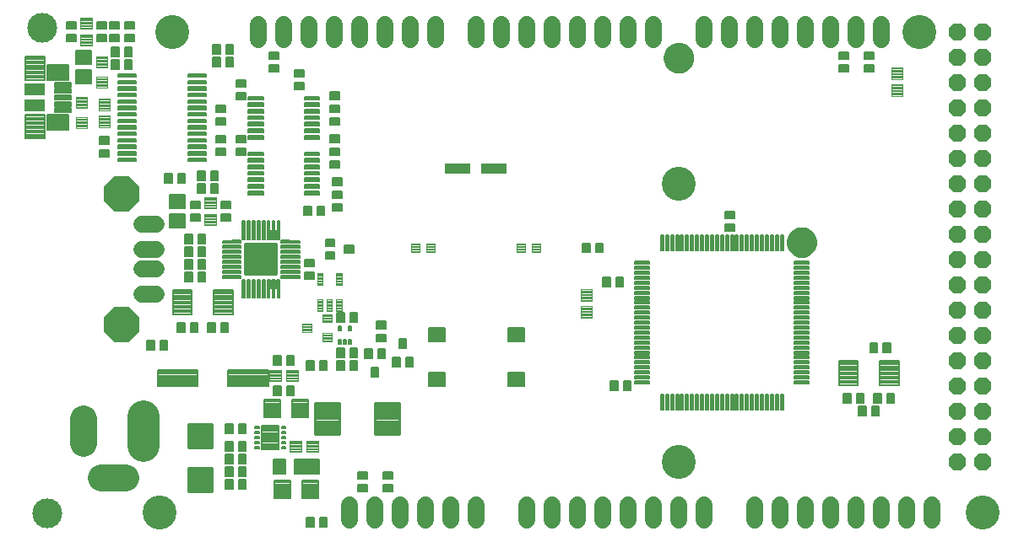
<source format=gbr>
G75*
G70*
%OFA0B0*%
%FSLAX24Y24*%
%IPPOS*%
%LPD*%
%AMOC8*
5,1,8,0,0,1.08239X$1,22.5*
%
%ADD10C,0.1340*%
%ADD11C,0.0680*%
%ADD12C,0.0049*%
%ADD13C,0.0102*%
%ADD14C,0.0050*%
%ADD15C,0.0054*%
%ADD16C,0.0048*%
%ADD17OC8,0.0680*%
%ADD18C,0.0047*%
%ADD19C,0.0047*%
%ADD20C,0.0591*%
%ADD21C,0.1181*%
%ADD22C,0.0083*%
%ADD23C,0.1064*%
%ADD24C,0.1261*%
%ADD25C,0.0490*%
%ADD26C,0.0059*%
%ADD27C,0.0050*%
%ADD28C,0.0066*%
%ADD29R,0.0827X0.0453*%
%ADD30C,0.0654*%
%ADD31OC8,0.1386*%
%ADD32C,0.0054*%
%ADD33C,0.0073*%
%ADD34C,0.0057*%
%ADD35C,0.0071*%
%ADD36C,0.0051*%
%ADD37C,0.0063*%
%ADD38C,0.0056*%
%ADD39C,0.0052*%
%ADD40C,0.0053*%
%ADD41C,0.0106*%
%ADD42R,0.1000X0.0400*%
%ADD43C,0.0132*%
D10*
X026010Y067510D03*
X046510Y069510D03*
X058510Y067510D03*
X046510Y080510D03*
X056010Y086510D03*
X026510Y086510D03*
D11*
X029910Y086810D02*
X029910Y086210D01*
X030910Y086210D02*
X030910Y086810D01*
X031910Y086810D02*
X031910Y086210D01*
X032910Y086210D02*
X032910Y086810D01*
X033910Y086810D02*
X033910Y086210D01*
X034910Y086210D02*
X034910Y086810D01*
X035910Y086810D02*
X035910Y086210D01*
X036910Y086210D02*
X036910Y086810D01*
X038510Y086810D02*
X038510Y086210D01*
X039510Y086210D02*
X039510Y086810D01*
X040510Y086810D02*
X040510Y086210D01*
X041510Y086210D02*
X041510Y086810D01*
X042510Y086810D02*
X042510Y086210D01*
X043510Y086210D02*
X043510Y086810D01*
X044510Y086810D02*
X044510Y086210D01*
X045510Y086210D02*
X045510Y086810D01*
X047510Y086810D02*
X047510Y086210D01*
X048510Y086210D02*
X048510Y086810D01*
X049510Y086810D02*
X049510Y086210D01*
X050510Y086210D02*
X050510Y086810D01*
X051510Y086810D02*
X051510Y086210D01*
X052510Y086210D02*
X052510Y086810D01*
X053510Y086810D02*
X053510Y086210D01*
X054510Y086210D02*
X054510Y086810D01*
X054510Y067810D02*
X054510Y067210D01*
X053510Y067210D02*
X053510Y067810D01*
X052510Y067810D02*
X052510Y067210D01*
X051510Y067210D02*
X051510Y067810D01*
X050510Y067810D02*
X050510Y067210D01*
X049510Y067210D02*
X049510Y067810D01*
X047510Y067810D02*
X047510Y067210D01*
X046510Y067210D02*
X046510Y067810D01*
X045510Y067810D02*
X045510Y067210D01*
X044510Y067210D02*
X044510Y067810D01*
X043510Y067810D02*
X043510Y067210D01*
X042510Y067210D02*
X042510Y067810D01*
X041510Y067810D02*
X041510Y067210D01*
X040510Y067210D02*
X040510Y067810D01*
X038510Y067810D02*
X038510Y067210D01*
X037510Y067210D02*
X037510Y067810D01*
X036510Y067810D02*
X036510Y067210D01*
X035510Y067210D02*
X035510Y067810D01*
X034510Y067810D02*
X034510Y067210D01*
X033510Y067210D02*
X033510Y067810D01*
X055510Y067810D02*
X055510Y067210D01*
X056510Y067210D02*
X056510Y067810D01*
D12*
X041021Y077795D02*
X041021Y078125D01*
X041021Y077795D02*
X040691Y077795D01*
X040691Y078125D01*
X041021Y078125D01*
X041021Y077843D02*
X040691Y077843D01*
X040691Y077891D02*
X041021Y077891D01*
X041021Y077939D02*
X040691Y077939D01*
X040691Y077987D02*
X041021Y077987D01*
X041021Y078035D02*
X040691Y078035D01*
X040691Y078083D02*
X041021Y078083D01*
X040430Y078125D02*
X040430Y077795D01*
X040100Y077795D01*
X040100Y078125D01*
X040430Y078125D01*
X040430Y077843D02*
X040100Y077843D01*
X040100Y077891D02*
X040430Y077891D01*
X040430Y077939D02*
X040100Y077939D01*
X040100Y077987D02*
X040430Y077987D01*
X040430Y078035D02*
X040100Y078035D01*
X040100Y078083D02*
X040430Y078083D01*
X039671Y080915D02*
X039671Y081245D01*
X039671Y080915D02*
X039341Y080915D01*
X039341Y081245D01*
X039671Y081245D01*
X039671Y080963D02*
X039341Y080963D01*
X039341Y081011D02*
X039671Y081011D01*
X039671Y081059D02*
X039341Y081059D01*
X039341Y081107D02*
X039671Y081107D01*
X039671Y081155D02*
X039341Y081155D01*
X039341Y081203D02*
X039671Y081203D01*
X039080Y081245D02*
X039080Y080915D01*
X038750Y080915D01*
X038750Y081245D01*
X039080Y081245D01*
X039080Y080963D02*
X038750Y080963D01*
X038750Y081011D02*
X039080Y081011D01*
X039080Y081059D02*
X038750Y081059D01*
X038750Y081107D02*
X039080Y081107D01*
X039080Y081155D02*
X038750Y081155D01*
X038750Y081203D02*
X039080Y081203D01*
X038241Y081245D02*
X038241Y080915D01*
X037911Y080915D01*
X037911Y081245D01*
X038241Y081245D01*
X038241Y080963D02*
X037911Y080963D01*
X037911Y081011D02*
X038241Y081011D01*
X038241Y081059D02*
X037911Y081059D01*
X037911Y081107D02*
X038241Y081107D01*
X038241Y081155D02*
X037911Y081155D01*
X037911Y081203D02*
X038241Y081203D01*
X037650Y081245D02*
X037650Y080915D01*
X037320Y080915D01*
X037320Y081245D01*
X037650Y081245D01*
X037650Y080963D02*
X037320Y080963D01*
X037320Y081011D02*
X037650Y081011D01*
X037650Y081059D02*
X037320Y081059D01*
X037320Y081107D02*
X037650Y081107D01*
X037650Y081155D02*
X037320Y081155D01*
X037320Y081203D02*
X037650Y081203D01*
X036871Y078125D02*
X036871Y077795D01*
X036541Y077795D01*
X036541Y078125D01*
X036871Y078125D01*
X036871Y077843D02*
X036541Y077843D01*
X036541Y077891D02*
X036871Y077891D01*
X036871Y077939D02*
X036541Y077939D01*
X036541Y077987D02*
X036871Y077987D01*
X036871Y078035D02*
X036541Y078035D01*
X036541Y078083D02*
X036871Y078083D01*
X036280Y078125D02*
X036280Y077795D01*
X035950Y077795D01*
X035950Y078125D01*
X036280Y078125D01*
X036280Y077843D02*
X035950Y077843D01*
X035950Y077891D02*
X036280Y077891D01*
X036280Y077939D02*
X035950Y077939D01*
X035950Y077987D02*
X036280Y077987D01*
X036280Y078035D02*
X035950Y078035D01*
X035950Y078083D02*
X036280Y078083D01*
D13*
X027149Y070987D02*
X027149Y070065D01*
X027149Y070987D02*
X028071Y070987D01*
X028071Y070065D01*
X027149Y070065D01*
X027149Y070166D02*
X028071Y070166D01*
X028071Y070267D02*
X027149Y070267D01*
X027149Y070368D02*
X028071Y070368D01*
X028071Y070469D02*
X027149Y070469D01*
X027149Y070570D02*
X028071Y070570D01*
X028071Y070671D02*
X027149Y070671D01*
X027149Y070772D02*
X028071Y070772D01*
X028071Y070873D02*
X027149Y070873D01*
X027149Y070974D02*
X028071Y070974D01*
X027149Y069254D02*
X027149Y068332D01*
X027149Y069254D02*
X028071Y069254D01*
X028071Y068332D01*
X027149Y068332D01*
X027149Y068433D02*
X028071Y068433D01*
X028071Y068534D02*
X027149Y068534D01*
X027149Y068635D02*
X028071Y068635D01*
X028071Y068736D02*
X027149Y068736D01*
X027149Y068837D02*
X028071Y068837D01*
X028071Y068938D02*
X027149Y068938D01*
X027149Y069039D02*
X028071Y069039D01*
X028071Y069140D02*
X027149Y069140D01*
X027149Y069241D02*
X028071Y069241D01*
D14*
X028614Y069289D02*
X028894Y069289D01*
X028894Y068931D01*
X028614Y068931D01*
X028614Y069289D01*
X028614Y068980D02*
X028894Y068980D01*
X028894Y069029D02*
X028614Y069029D01*
X028614Y069078D02*
X028894Y069078D01*
X028894Y069127D02*
X028614Y069127D01*
X028614Y069176D02*
X028894Y069176D01*
X028894Y069225D02*
X028614Y069225D01*
X028614Y069274D02*
X028894Y069274D01*
X028894Y069431D02*
X028614Y069431D01*
X028614Y069789D01*
X028894Y069789D01*
X028894Y069431D01*
X028894Y069480D02*
X028614Y069480D01*
X028614Y069529D02*
X028894Y069529D01*
X028894Y069578D02*
X028614Y069578D01*
X028614Y069627D02*
X028894Y069627D01*
X028894Y069676D02*
X028614Y069676D01*
X028614Y069725D02*
X028894Y069725D01*
X028894Y069774D02*
X028614Y069774D01*
X028614Y069931D02*
X028894Y069931D01*
X028614Y069931D02*
X028614Y070289D01*
X028894Y070289D01*
X028894Y069931D01*
X028894Y069980D02*
X028614Y069980D01*
X028614Y070029D02*
X028894Y070029D01*
X028894Y070078D02*
X028614Y070078D01*
X028614Y070127D02*
X028894Y070127D01*
X028894Y070176D02*
X028614Y070176D01*
X028614Y070225D02*
X028894Y070225D01*
X028894Y070274D02*
X028614Y070274D01*
X028614Y070631D02*
X028894Y070631D01*
X028614Y070631D02*
X028614Y070989D01*
X028894Y070989D01*
X028894Y070631D01*
X028894Y070680D02*
X028614Y070680D01*
X028614Y070729D02*
X028894Y070729D01*
X028894Y070778D02*
X028614Y070778D01*
X028614Y070827D02*
X028894Y070827D01*
X028894Y070876D02*
X028614Y070876D01*
X028614Y070925D02*
X028894Y070925D01*
X028894Y070974D02*
X028614Y070974D01*
X029126Y070631D02*
X029406Y070631D01*
X029126Y070631D02*
X029126Y070989D01*
X029406Y070989D01*
X029406Y070631D01*
X029406Y070680D02*
X029126Y070680D01*
X029126Y070729D02*
X029406Y070729D01*
X029406Y070778D02*
X029126Y070778D01*
X029126Y070827D02*
X029406Y070827D01*
X029406Y070876D02*
X029126Y070876D01*
X029126Y070925D02*
X029406Y070925D01*
X029406Y070974D02*
X029126Y070974D01*
X029126Y069931D02*
X029406Y069931D01*
X029126Y069931D02*
X029126Y070289D01*
X029406Y070289D01*
X029406Y069931D01*
X029406Y069980D02*
X029126Y069980D01*
X029126Y070029D02*
X029406Y070029D01*
X029406Y070078D02*
X029126Y070078D01*
X029126Y070127D02*
X029406Y070127D01*
X029406Y070176D02*
X029126Y070176D01*
X029126Y070225D02*
X029406Y070225D01*
X029406Y070274D02*
X029126Y070274D01*
X029126Y069431D02*
X029406Y069431D01*
X029126Y069431D02*
X029126Y069789D01*
X029406Y069789D01*
X029406Y069431D01*
X029406Y069480D02*
X029126Y069480D01*
X029126Y069529D02*
X029406Y069529D01*
X029406Y069578D02*
X029126Y069578D01*
X029126Y069627D02*
X029406Y069627D01*
X029406Y069676D02*
X029126Y069676D01*
X029126Y069725D02*
X029406Y069725D01*
X029406Y069774D02*
X029126Y069774D01*
X029126Y069289D02*
X029406Y069289D01*
X029406Y068931D01*
X029126Y068931D01*
X029126Y069289D01*
X029126Y068980D02*
X029406Y068980D01*
X029406Y069029D02*
X029126Y069029D01*
X029126Y069078D02*
X029406Y069078D01*
X029406Y069127D02*
X029126Y069127D01*
X029126Y069176D02*
X029406Y069176D01*
X029406Y069225D02*
X029126Y069225D01*
X029126Y069274D02*
X029406Y069274D01*
X029406Y068789D02*
X029126Y068789D01*
X029406Y068789D02*
X029406Y068431D01*
X029126Y068431D01*
X029126Y068789D01*
X029126Y068480D02*
X029406Y068480D01*
X029406Y068529D02*
X029126Y068529D01*
X029126Y068578D02*
X029406Y068578D01*
X029406Y068627D02*
X029126Y068627D01*
X029126Y068676D02*
X029406Y068676D01*
X029406Y068725D02*
X029126Y068725D01*
X029126Y068774D02*
X029406Y068774D01*
X028894Y068789D02*
X028614Y068789D01*
X028894Y068789D02*
X028894Y068431D01*
X028614Y068431D01*
X028614Y068789D01*
X028614Y068480D02*
X028894Y068480D01*
X028894Y068529D02*
X028614Y068529D01*
X028614Y068578D02*
X028894Y068578D01*
X028894Y068627D02*
X028614Y068627D01*
X028614Y068676D02*
X028894Y068676D01*
X028894Y068725D02*
X028614Y068725D01*
X028614Y068774D02*
X028894Y068774D01*
X031814Y067289D02*
X032094Y067289D01*
X032094Y066931D01*
X031814Y066931D01*
X031814Y067289D01*
X031814Y066980D02*
X032094Y066980D01*
X032094Y067029D02*
X031814Y067029D01*
X031814Y067078D02*
X032094Y067078D01*
X032094Y067127D02*
X031814Y067127D01*
X031814Y067176D02*
X032094Y067176D01*
X032094Y067225D02*
X031814Y067225D01*
X031814Y067274D02*
X032094Y067274D01*
X032326Y067289D02*
X032606Y067289D01*
X032606Y066931D01*
X032326Y066931D01*
X032326Y067289D01*
X032326Y066980D02*
X032606Y066980D01*
X032606Y067029D02*
X032326Y067029D01*
X032326Y067078D02*
X032606Y067078D01*
X032606Y067127D02*
X032326Y067127D01*
X032326Y067176D02*
X032606Y067176D01*
X032606Y067225D02*
X032326Y067225D01*
X032326Y067274D02*
X032606Y067274D01*
X034189Y068314D02*
X034189Y068594D01*
X034189Y068314D02*
X033831Y068314D01*
X033831Y068594D01*
X034189Y068594D01*
X034189Y068363D02*
X033831Y068363D01*
X033831Y068412D02*
X034189Y068412D01*
X034189Y068461D02*
X033831Y068461D01*
X033831Y068510D02*
X034189Y068510D01*
X034189Y068559D02*
X033831Y068559D01*
X034189Y068826D02*
X034189Y069106D01*
X034189Y068826D02*
X033831Y068826D01*
X033831Y069106D01*
X034189Y069106D01*
X034189Y068875D02*
X033831Y068875D01*
X033831Y068924D02*
X034189Y068924D01*
X034189Y068973D02*
X033831Y068973D01*
X033831Y069022D02*
X034189Y069022D01*
X034189Y069071D02*
X033831Y069071D01*
X034831Y069106D02*
X034831Y068826D01*
X034831Y069106D02*
X035189Y069106D01*
X035189Y068826D01*
X034831Y068826D01*
X034831Y068875D02*
X035189Y068875D01*
X035189Y068924D02*
X034831Y068924D01*
X034831Y068973D02*
X035189Y068973D01*
X035189Y069022D02*
X034831Y069022D01*
X034831Y069071D02*
X035189Y069071D01*
X034831Y068594D02*
X034831Y068314D01*
X034831Y068594D02*
X035189Y068594D01*
X035189Y068314D01*
X034831Y068314D01*
X034831Y068363D02*
X035189Y068363D01*
X035189Y068412D02*
X034831Y068412D01*
X034831Y068461D02*
X035189Y068461D01*
X035189Y068510D02*
X034831Y068510D01*
X034831Y068559D02*
X035189Y068559D01*
X034650Y073215D02*
X034370Y073215D01*
X034650Y073215D02*
X034650Y072857D01*
X034370Y072857D01*
X034370Y073215D01*
X034370Y072906D02*
X034650Y072906D01*
X034650Y072955D02*
X034370Y072955D01*
X034370Y073004D02*
X034650Y073004D01*
X034650Y073053D02*
X034370Y073053D01*
X034370Y073102D02*
X034650Y073102D01*
X034650Y073151D02*
X034370Y073151D01*
X034370Y073200D02*
X034650Y073200D01*
X034626Y073963D02*
X034906Y073963D01*
X034906Y073605D01*
X034626Y073605D01*
X034626Y073963D01*
X034626Y073654D02*
X034906Y073654D01*
X034906Y073703D02*
X034626Y073703D01*
X034626Y073752D02*
X034906Y073752D01*
X034906Y073801D02*
X034626Y073801D01*
X034626Y073850D02*
X034906Y073850D01*
X034906Y073899D02*
X034626Y073899D01*
X034626Y073948D02*
X034906Y073948D01*
X034939Y074264D02*
X034939Y074544D01*
X034939Y074264D02*
X034581Y074264D01*
X034581Y074544D01*
X034939Y074544D01*
X034939Y074313D02*
X034581Y074313D01*
X034581Y074362D02*
X034939Y074362D01*
X034939Y074411D02*
X034581Y074411D01*
X034581Y074460D02*
X034939Y074460D01*
X034939Y074509D02*
X034581Y074509D01*
X034939Y074776D02*
X034939Y075056D01*
X034939Y074776D02*
X034581Y074776D01*
X034581Y075056D01*
X034939Y075056D01*
X034939Y074825D02*
X034581Y074825D01*
X034581Y074874D02*
X034939Y074874D01*
X034939Y074923D02*
X034581Y074923D01*
X034581Y074972D02*
X034939Y074972D01*
X034939Y075021D02*
X034581Y075021D01*
X033806Y075389D02*
X033526Y075389D01*
X033806Y075389D02*
X033806Y075031D01*
X033526Y075031D01*
X033526Y075389D01*
X033526Y075080D02*
X033806Y075080D01*
X033806Y075129D02*
X033526Y075129D01*
X033526Y075178D02*
X033806Y075178D01*
X033806Y075227D02*
X033526Y075227D01*
X033526Y075276D02*
X033806Y075276D01*
X033806Y075325D02*
X033526Y075325D01*
X033526Y075374D02*
X033806Y075374D01*
X033294Y075389D02*
X033014Y075389D01*
X033294Y075389D02*
X033294Y075031D01*
X033014Y075031D01*
X033014Y075389D01*
X033014Y075080D02*
X033294Y075080D01*
X033294Y075129D02*
X033014Y075129D01*
X033014Y075178D02*
X033294Y075178D01*
X033294Y075227D02*
X033014Y075227D01*
X033014Y075276D02*
X033294Y075276D01*
X033294Y075325D02*
X033014Y075325D01*
X033014Y075374D02*
X033294Y075374D01*
X033294Y073989D02*
X033014Y073989D01*
X033294Y073989D02*
X033294Y073631D01*
X033014Y073631D01*
X033014Y073989D01*
X033014Y073680D02*
X033294Y073680D01*
X033294Y073729D02*
X033014Y073729D01*
X033014Y073778D02*
X033294Y073778D01*
X033294Y073827D02*
X033014Y073827D01*
X033014Y073876D02*
X033294Y073876D01*
X033294Y073925D02*
X033014Y073925D01*
X033014Y073974D02*
X033294Y073974D01*
X033526Y073989D02*
X033806Y073989D01*
X033806Y073631D01*
X033526Y073631D01*
X033526Y073989D01*
X033526Y073680D02*
X033806Y073680D01*
X033806Y073729D02*
X033526Y073729D01*
X033526Y073778D02*
X033806Y073778D01*
X033806Y073827D02*
X033526Y073827D01*
X033526Y073876D02*
X033806Y073876D01*
X033806Y073925D02*
X033526Y073925D01*
X033526Y073974D02*
X033806Y073974D01*
X034114Y073963D02*
X034394Y073963D01*
X034394Y073605D01*
X034114Y073605D01*
X034114Y073963D01*
X034114Y073654D02*
X034394Y073654D01*
X034394Y073703D02*
X034114Y073703D01*
X034114Y073752D02*
X034394Y073752D01*
X034394Y073801D02*
X034114Y073801D01*
X034114Y073850D02*
X034394Y073850D01*
X034394Y073899D02*
X034114Y073899D01*
X034114Y073948D02*
X034394Y073948D01*
X033806Y073489D02*
X033526Y073489D01*
X033806Y073489D02*
X033806Y073131D01*
X033526Y073131D01*
X033526Y073489D01*
X033526Y073180D02*
X033806Y073180D01*
X033806Y073229D02*
X033526Y073229D01*
X033526Y073278D02*
X033806Y073278D01*
X033806Y073327D02*
X033526Y073327D01*
X033526Y073376D02*
X033806Y073376D01*
X033806Y073425D02*
X033526Y073425D01*
X033526Y073474D02*
X033806Y073474D01*
X033294Y073489D02*
X033014Y073489D01*
X033294Y073489D02*
X033294Y073131D01*
X033014Y073131D01*
X033014Y073489D01*
X033014Y073180D02*
X033294Y073180D01*
X033294Y073229D02*
X033014Y073229D01*
X033014Y073278D02*
X033294Y073278D01*
X033294Y073327D02*
X033014Y073327D01*
X033014Y073376D02*
X033294Y073376D01*
X033294Y073425D02*
X033014Y073425D01*
X033014Y073474D02*
X033294Y073474D01*
X032606Y073489D02*
X032326Y073489D01*
X032606Y073489D02*
X032606Y073131D01*
X032326Y073131D01*
X032326Y073489D01*
X032326Y073180D02*
X032606Y073180D01*
X032606Y073229D02*
X032326Y073229D01*
X032326Y073278D02*
X032606Y073278D01*
X032606Y073327D02*
X032326Y073327D01*
X032326Y073376D02*
X032606Y073376D01*
X032606Y073425D02*
X032326Y073425D01*
X032326Y073474D02*
X032606Y073474D01*
X032094Y073489D02*
X031814Y073489D01*
X032094Y073489D02*
X032094Y073131D01*
X031814Y073131D01*
X031814Y073489D01*
X031814Y073180D02*
X032094Y073180D01*
X032094Y073229D02*
X031814Y073229D01*
X031814Y073278D02*
X032094Y073278D01*
X032094Y073327D02*
X031814Y073327D01*
X031814Y073376D02*
X032094Y073376D01*
X032094Y073425D02*
X031814Y073425D01*
X031814Y073474D02*
X032094Y073474D01*
X031306Y073689D02*
X031026Y073689D01*
X031306Y073689D02*
X031306Y073331D01*
X031026Y073331D01*
X031026Y073689D01*
X031026Y073380D02*
X031306Y073380D01*
X031306Y073429D02*
X031026Y073429D01*
X031026Y073478D02*
X031306Y073478D01*
X031306Y073527D02*
X031026Y073527D01*
X031026Y073576D02*
X031306Y073576D01*
X031306Y073625D02*
X031026Y073625D01*
X031026Y073674D02*
X031306Y073674D01*
X030794Y073689D02*
X030514Y073689D01*
X030794Y073689D02*
X030794Y073331D01*
X030514Y073331D01*
X030514Y073689D01*
X030514Y073380D02*
X030794Y073380D01*
X030794Y073429D02*
X030514Y073429D01*
X030514Y073478D02*
X030794Y073478D01*
X030794Y073527D02*
X030514Y073527D01*
X030514Y073576D02*
X030794Y073576D01*
X030794Y073625D02*
X030514Y073625D01*
X030514Y073674D02*
X030794Y073674D01*
X030794Y072131D02*
X030514Y072131D01*
X030514Y072489D01*
X030794Y072489D01*
X030794Y072131D01*
X030794Y072180D02*
X030514Y072180D01*
X030514Y072229D02*
X030794Y072229D01*
X030794Y072278D02*
X030514Y072278D01*
X030514Y072327D02*
X030794Y072327D01*
X030794Y072376D02*
X030514Y072376D01*
X030514Y072425D02*
X030794Y072425D01*
X030794Y072474D02*
X030514Y072474D01*
X031026Y072131D02*
X031306Y072131D01*
X031026Y072131D02*
X031026Y072489D01*
X031306Y072489D01*
X031306Y072131D01*
X031306Y072180D02*
X031026Y072180D01*
X031026Y072229D02*
X031306Y072229D01*
X031306Y072278D02*
X031026Y072278D01*
X031026Y072327D02*
X031306Y072327D01*
X031306Y072376D02*
X031026Y072376D01*
X031026Y072425D02*
X031306Y072425D01*
X031306Y072474D02*
X031026Y072474D01*
X028706Y074989D02*
X028426Y074989D01*
X028706Y074989D02*
X028706Y074631D01*
X028426Y074631D01*
X028426Y074989D01*
X028426Y074680D02*
X028706Y074680D01*
X028706Y074729D02*
X028426Y074729D01*
X028426Y074778D02*
X028706Y074778D01*
X028706Y074827D02*
X028426Y074827D01*
X028426Y074876D02*
X028706Y074876D01*
X028706Y074925D02*
X028426Y074925D01*
X028426Y074974D02*
X028706Y074974D01*
X028194Y074989D02*
X027914Y074989D01*
X028194Y074989D02*
X028194Y074631D01*
X027914Y074631D01*
X027914Y074989D01*
X027914Y074680D02*
X028194Y074680D01*
X028194Y074729D02*
X027914Y074729D01*
X027914Y074778D02*
X028194Y074778D01*
X028194Y074827D02*
X027914Y074827D01*
X027914Y074876D02*
X028194Y074876D01*
X028194Y074925D02*
X027914Y074925D01*
X027914Y074974D02*
X028194Y074974D01*
X027506Y074631D02*
X027226Y074631D01*
X027226Y074989D01*
X027506Y074989D01*
X027506Y074631D01*
X027506Y074680D02*
X027226Y074680D01*
X027226Y074729D02*
X027506Y074729D01*
X027506Y074778D02*
X027226Y074778D01*
X027226Y074827D02*
X027506Y074827D01*
X027506Y074876D02*
X027226Y074876D01*
X027226Y074925D02*
X027506Y074925D01*
X027506Y074974D02*
X027226Y074974D01*
X026994Y074631D02*
X026714Y074631D01*
X026714Y074989D01*
X026994Y074989D01*
X026994Y074631D01*
X026994Y074680D02*
X026714Y074680D01*
X026714Y074729D02*
X026994Y074729D01*
X026994Y074778D02*
X026714Y074778D01*
X026714Y074827D02*
X026994Y074827D01*
X026994Y074876D02*
X026714Y074876D01*
X026714Y074925D02*
X026994Y074925D01*
X026994Y074974D02*
X026714Y074974D01*
X026306Y074289D02*
X026026Y074289D01*
X026306Y074289D02*
X026306Y073931D01*
X026026Y073931D01*
X026026Y074289D01*
X026026Y073980D02*
X026306Y073980D01*
X026306Y074029D02*
X026026Y074029D01*
X026026Y074078D02*
X026306Y074078D01*
X026306Y074127D02*
X026026Y074127D01*
X026026Y074176D02*
X026306Y074176D01*
X026306Y074225D02*
X026026Y074225D01*
X026026Y074274D02*
X026306Y074274D01*
X025794Y074289D02*
X025514Y074289D01*
X025794Y074289D02*
X025794Y073931D01*
X025514Y073931D01*
X025514Y074289D01*
X025514Y073980D02*
X025794Y073980D01*
X025794Y074029D02*
X025514Y074029D01*
X025514Y074078D02*
X025794Y074078D01*
X025794Y074127D02*
X025514Y074127D01*
X025514Y074176D02*
X025794Y074176D01*
X025794Y074225D02*
X025514Y074225D01*
X025514Y074274D02*
X025794Y074274D01*
X027014Y076989D02*
X027294Y076989D01*
X027294Y076631D01*
X027014Y076631D01*
X027014Y076989D01*
X027014Y076680D02*
X027294Y076680D01*
X027294Y076729D02*
X027014Y076729D01*
X027014Y076778D02*
X027294Y076778D01*
X027294Y076827D02*
X027014Y076827D01*
X027014Y076876D02*
X027294Y076876D01*
X027294Y076925D02*
X027014Y076925D01*
X027014Y076974D02*
X027294Y076974D01*
X027294Y077131D02*
X027014Y077131D01*
X027014Y077489D01*
X027294Y077489D01*
X027294Y077131D01*
X027294Y077180D02*
X027014Y077180D01*
X027014Y077229D02*
X027294Y077229D01*
X027294Y077278D02*
X027014Y077278D01*
X027014Y077327D02*
X027294Y077327D01*
X027294Y077376D02*
X027014Y077376D01*
X027014Y077425D02*
X027294Y077425D01*
X027294Y077474D02*
X027014Y077474D01*
X027014Y077631D02*
X027294Y077631D01*
X027014Y077631D02*
X027014Y077989D01*
X027294Y077989D01*
X027294Y077631D01*
X027294Y077680D02*
X027014Y077680D01*
X027014Y077729D02*
X027294Y077729D01*
X027294Y077778D02*
X027014Y077778D01*
X027014Y077827D02*
X027294Y077827D01*
X027294Y077876D02*
X027014Y077876D01*
X027014Y077925D02*
X027294Y077925D01*
X027294Y077974D02*
X027014Y077974D01*
X027014Y078489D02*
X027294Y078489D01*
X027294Y078131D01*
X027014Y078131D01*
X027014Y078489D01*
X027014Y078180D02*
X027294Y078180D01*
X027294Y078229D02*
X027014Y078229D01*
X027014Y078278D02*
X027294Y078278D01*
X027294Y078327D02*
X027014Y078327D01*
X027014Y078376D02*
X027294Y078376D01*
X027294Y078425D02*
X027014Y078425D01*
X027014Y078474D02*
X027294Y078474D01*
X027526Y078489D02*
X027806Y078489D01*
X027806Y078131D01*
X027526Y078131D01*
X027526Y078489D01*
X027526Y078180D02*
X027806Y078180D01*
X027806Y078229D02*
X027526Y078229D01*
X027526Y078278D02*
X027806Y078278D01*
X027806Y078327D02*
X027526Y078327D01*
X027526Y078376D02*
X027806Y078376D01*
X027806Y078425D02*
X027526Y078425D01*
X027526Y078474D02*
X027806Y078474D01*
X027806Y077631D02*
X027526Y077631D01*
X027526Y077989D01*
X027806Y077989D01*
X027806Y077631D01*
X027806Y077680D02*
X027526Y077680D01*
X027526Y077729D02*
X027806Y077729D01*
X027806Y077778D02*
X027526Y077778D01*
X027526Y077827D02*
X027806Y077827D01*
X027806Y077876D02*
X027526Y077876D01*
X027526Y077925D02*
X027806Y077925D01*
X027806Y077974D02*
X027526Y077974D01*
X027526Y077131D02*
X027806Y077131D01*
X027526Y077131D02*
X027526Y077489D01*
X027806Y077489D01*
X027806Y077131D01*
X027806Y077180D02*
X027526Y077180D01*
X027526Y077229D02*
X027806Y077229D01*
X027806Y077278D02*
X027526Y077278D01*
X027526Y077327D02*
X027806Y077327D01*
X027806Y077376D02*
X027526Y077376D01*
X027526Y077425D02*
X027806Y077425D01*
X027806Y077474D02*
X027526Y077474D01*
X027526Y076989D02*
X027806Y076989D01*
X027806Y076631D01*
X027526Y076631D01*
X027526Y076989D01*
X027526Y076680D02*
X027806Y076680D01*
X027806Y076729D02*
X027526Y076729D01*
X027526Y076778D02*
X027806Y076778D01*
X027806Y076827D02*
X027526Y076827D01*
X027526Y076876D02*
X027806Y076876D01*
X027806Y076925D02*
X027526Y076925D01*
X027526Y076974D02*
X027806Y076974D01*
X027231Y079014D02*
X027231Y079294D01*
X027589Y079294D01*
X027589Y079014D01*
X027231Y079014D01*
X027231Y079063D02*
X027589Y079063D01*
X027589Y079112D02*
X027231Y079112D01*
X027231Y079161D02*
X027589Y079161D01*
X027589Y079210D02*
X027231Y079210D01*
X027231Y079259D02*
X027589Y079259D01*
X027231Y079526D02*
X027231Y079806D01*
X027589Y079806D01*
X027589Y079526D01*
X027231Y079526D01*
X027231Y079575D02*
X027589Y079575D01*
X027589Y079624D02*
X027231Y079624D01*
X027231Y079673D02*
X027589Y079673D01*
X027589Y079722D02*
X027231Y079722D01*
X027231Y079771D02*
X027589Y079771D01*
X027514Y080489D02*
X027794Y080489D01*
X027794Y080131D01*
X027514Y080131D01*
X027514Y080489D01*
X027514Y080180D02*
X027794Y080180D01*
X027794Y080229D02*
X027514Y080229D01*
X027514Y080278D02*
X027794Y080278D01*
X027794Y080327D02*
X027514Y080327D01*
X027514Y080376D02*
X027794Y080376D01*
X027794Y080425D02*
X027514Y080425D01*
X027514Y080474D02*
X027794Y080474D01*
X027794Y080989D02*
X027514Y080989D01*
X027794Y080989D02*
X027794Y080631D01*
X027514Y080631D01*
X027514Y080989D01*
X027514Y080680D02*
X027794Y080680D01*
X027794Y080729D02*
X027514Y080729D01*
X027514Y080778D02*
X027794Y080778D01*
X027794Y080827D02*
X027514Y080827D01*
X027514Y080876D02*
X027794Y080876D01*
X027794Y080925D02*
X027514Y080925D01*
X027514Y080974D02*
X027794Y080974D01*
X028026Y080989D02*
X028306Y080989D01*
X028306Y080631D01*
X028026Y080631D01*
X028026Y080989D01*
X028026Y080680D02*
X028306Y080680D01*
X028306Y080729D02*
X028026Y080729D01*
X028026Y080778D02*
X028306Y080778D01*
X028306Y080827D02*
X028026Y080827D01*
X028026Y080876D02*
X028306Y080876D01*
X028306Y080925D02*
X028026Y080925D01*
X028026Y080974D02*
X028306Y080974D01*
X028306Y080489D02*
X028026Y080489D01*
X028306Y080489D02*
X028306Y080131D01*
X028026Y080131D01*
X028026Y080489D01*
X028026Y080180D02*
X028306Y080180D01*
X028306Y080229D02*
X028026Y080229D01*
X028026Y080278D02*
X028306Y080278D01*
X028306Y080327D02*
X028026Y080327D01*
X028026Y080376D02*
X028306Y080376D01*
X028306Y080425D02*
X028026Y080425D01*
X028026Y080474D02*
X028306Y080474D01*
X028789Y079806D02*
X028789Y079526D01*
X028431Y079526D01*
X028431Y079806D01*
X028789Y079806D01*
X028789Y079575D02*
X028431Y079575D01*
X028431Y079624D02*
X028789Y079624D01*
X028789Y079673D02*
X028431Y079673D01*
X028431Y079722D02*
X028789Y079722D01*
X028789Y079771D02*
X028431Y079771D01*
X028789Y079294D02*
X028789Y079014D01*
X028431Y079014D01*
X028431Y079294D01*
X028789Y079294D01*
X028789Y079063D02*
X028431Y079063D01*
X028431Y079112D02*
X028789Y079112D01*
X028789Y079161D02*
X028431Y079161D01*
X028431Y079210D02*
X028789Y079210D01*
X028789Y079259D02*
X028431Y079259D01*
X027006Y080889D02*
X026726Y080889D01*
X027006Y080889D02*
X027006Y080531D01*
X026726Y080531D01*
X026726Y080889D01*
X026726Y080580D02*
X027006Y080580D01*
X027006Y080629D02*
X026726Y080629D01*
X026726Y080678D02*
X027006Y080678D01*
X027006Y080727D02*
X026726Y080727D01*
X026726Y080776D02*
X027006Y080776D01*
X027006Y080825D02*
X026726Y080825D01*
X026726Y080874D02*
X027006Y080874D01*
X026494Y080889D02*
X026214Y080889D01*
X026494Y080889D02*
X026494Y080531D01*
X026214Y080531D01*
X026214Y080889D01*
X026214Y080580D02*
X026494Y080580D01*
X026494Y080629D02*
X026214Y080629D01*
X026214Y080678D02*
X026494Y080678D01*
X026494Y080727D02*
X026214Y080727D01*
X026214Y080776D02*
X026494Y080776D01*
X026494Y080825D02*
X026214Y080825D01*
X026214Y080874D02*
X026494Y080874D01*
X028589Y081614D02*
X028589Y081894D01*
X028589Y081614D02*
X028231Y081614D01*
X028231Y081894D01*
X028589Y081894D01*
X028589Y081663D02*
X028231Y081663D01*
X028231Y081712D02*
X028589Y081712D01*
X028589Y081761D02*
X028231Y081761D01*
X028231Y081810D02*
X028589Y081810D01*
X028589Y081859D02*
X028231Y081859D01*
X028589Y082126D02*
X028589Y082406D01*
X028589Y082126D02*
X028231Y082126D01*
X028231Y082406D01*
X028589Y082406D01*
X028589Y082175D02*
X028231Y082175D01*
X028231Y082224D02*
X028589Y082224D01*
X028589Y082273D02*
X028231Y082273D01*
X028231Y082322D02*
X028589Y082322D01*
X028589Y082371D02*
X028231Y082371D01*
X028589Y082814D02*
X028589Y083094D01*
X028589Y082814D02*
X028231Y082814D01*
X028231Y083094D01*
X028589Y083094D01*
X028589Y082863D02*
X028231Y082863D01*
X028231Y082912D02*
X028589Y082912D01*
X028589Y082961D02*
X028231Y082961D01*
X028231Y083010D02*
X028589Y083010D01*
X028589Y083059D02*
X028231Y083059D01*
X028589Y083326D02*
X028589Y083606D01*
X028589Y083326D02*
X028231Y083326D01*
X028231Y083606D01*
X028589Y083606D01*
X028589Y083375D02*
X028231Y083375D01*
X028231Y083424D02*
X028589Y083424D01*
X028589Y083473D02*
X028231Y083473D01*
X028231Y083522D02*
X028589Y083522D01*
X028589Y083571D02*
X028231Y083571D01*
X029389Y083814D02*
X029389Y084094D01*
X029389Y083814D02*
X029031Y083814D01*
X029031Y084094D01*
X029389Y084094D01*
X029389Y083863D02*
X029031Y083863D01*
X029031Y083912D02*
X029389Y083912D01*
X029389Y083961D02*
X029031Y083961D01*
X029031Y084010D02*
X029389Y084010D01*
X029389Y084059D02*
X029031Y084059D01*
X029389Y084326D02*
X029389Y084606D01*
X029389Y084326D02*
X029031Y084326D01*
X029031Y084606D01*
X029389Y084606D01*
X029389Y084375D02*
X029031Y084375D01*
X029031Y084424D02*
X029389Y084424D01*
X029389Y084473D02*
X029031Y084473D01*
X029031Y084522D02*
X029389Y084522D01*
X029389Y084571D02*
X029031Y084571D01*
X028906Y085131D02*
X028626Y085131D01*
X028626Y085489D01*
X028906Y085489D01*
X028906Y085131D01*
X028906Y085180D02*
X028626Y085180D01*
X028626Y085229D02*
X028906Y085229D01*
X028906Y085278D02*
X028626Y085278D01*
X028626Y085327D02*
X028906Y085327D01*
X028906Y085376D02*
X028626Y085376D01*
X028626Y085425D02*
X028906Y085425D01*
X028906Y085474D02*
X028626Y085474D01*
X028626Y085631D02*
X028906Y085631D01*
X028626Y085631D02*
X028626Y085989D01*
X028906Y085989D01*
X028906Y085631D01*
X028906Y085680D02*
X028626Y085680D01*
X028626Y085729D02*
X028906Y085729D01*
X028906Y085778D02*
X028626Y085778D01*
X028626Y085827D02*
X028906Y085827D01*
X028906Y085876D02*
X028626Y085876D01*
X028626Y085925D02*
X028906Y085925D01*
X028906Y085974D02*
X028626Y085974D01*
X028394Y085631D02*
X028114Y085631D01*
X028114Y085989D01*
X028394Y085989D01*
X028394Y085631D01*
X028394Y085680D02*
X028114Y085680D01*
X028114Y085729D02*
X028394Y085729D01*
X028394Y085778D02*
X028114Y085778D01*
X028114Y085827D02*
X028394Y085827D01*
X028394Y085876D02*
X028114Y085876D01*
X028114Y085925D02*
X028394Y085925D01*
X028394Y085974D02*
X028114Y085974D01*
X028114Y085131D02*
X028394Y085131D01*
X028114Y085131D02*
X028114Y085489D01*
X028394Y085489D01*
X028394Y085131D01*
X028394Y085180D02*
X028114Y085180D01*
X028114Y085229D02*
X028394Y085229D01*
X028394Y085278D02*
X028114Y085278D01*
X028114Y085327D02*
X028394Y085327D01*
X028394Y085376D02*
X028114Y085376D01*
X028114Y085425D02*
X028394Y085425D01*
X028394Y085474D02*
X028114Y085474D01*
X030689Y085426D02*
X030689Y085706D01*
X030689Y085426D02*
X030331Y085426D01*
X030331Y085706D01*
X030689Y085706D01*
X030689Y085475D02*
X030331Y085475D01*
X030331Y085524D02*
X030689Y085524D01*
X030689Y085573D02*
X030331Y085573D01*
X030331Y085622D02*
X030689Y085622D01*
X030689Y085671D02*
X030331Y085671D01*
X030689Y085194D02*
X030689Y084914D01*
X030331Y084914D01*
X030331Y085194D01*
X030689Y085194D01*
X030689Y084963D02*
X030331Y084963D01*
X030331Y085012D02*
X030689Y085012D01*
X030689Y085061D02*
X030331Y085061D01*
X030331Y085110D02*
X030689Y085110D01*
X030689Y085159D02*
X030331Y085159D01*
X031689Y085006D02*
X031689Y084726D01*
X031331Y084726D01*
X031331Y085006D01*
X031689Y085006D01*
X031689Y084775D02*
X031331Y084775D01*
X031331Y084824D02*
X031689Y084824D01*
X031689Y084873D02*
X031331Y084873D01*
X031331Y084922D02*
X031689Y084922D01*
X031689Y084971D02*
X031331Y084971D01*
X031689Y084494D02*
X031689Y084214D01*
X031331Y084214D01*
X031331Y084494D01*
X031689Y084494D01*
X031689Y084263D02*
X031331Y084263D01*
X031331Y084312D02*
X031689Y084312D01*
X031689Y084361D02*
X031331Y084361D01*
X031331Y084410D02*
X031689Y084410D01*
X031689Y084459D02*
X031331Y084459D01*
X033089Y084117D02*
X033089Y083837D01*
X032731Y083837D01*
X032731Y084117D01*
X033089Y084117D01*
X033089Y083886D02*
X032731Y083886D01*
X032731Y083935D02*
X033089Y083935D01*
X033089Y083984D02*
X032731Y083984D01*
X032731Y084033D02*
X033089Y084033D01*
X033089Y084082D02*
X032731Y084082D01*
X033089Y083606D02*
X033089Y083326D01*
X032731Y083326D01*
X032731Y083606D01*
X033089Y083606D01*
X033089Y083375D02*
X032731Y083375D01*
X032731Y083424D02*
X033089Y083424D01*
X033089Y083473D02*
X032731Y083473D01*
X032731Y083522D02*
X033089Y083522D01*
X033089Y083571D02*
X032731Y083571D01*
X033089Y083094D02*
X033089Y082814D01*
X032731Y082814D01*
X032731Y083094D01*
X033089Y083094D01*
X033089Y082863D02*
X032731Y082863D01*
X032731Y082912D02*
X033089Y082912D01*
X033089Y082961D02*
X032731Y082961D01*
X032731Y083010D02*
X033089Y083010D01*
X033089Y083059D02*
X032731Y083059D01*
X033089Y082417D02*
X033089Y082137D01*
X032731Y082137D01*
X032731Y082417D01*
X033089Y082417D01*
X033089Y082186D02*
X032731Y082186D01*
X032731Y082235D02*
X033089Y082235D01*
X033089Y082284D02*
X032731Y082284D01*
X032731Y082333D02*
X033089Y082333D01*
X033089Y082382D02*
X032731Y082382D01*
X033089Y081906D02*
X033089Y081626D01*
X032731Y081626D01*
X032731Y081906D01*
X033089Y081906D01*
X033089Y081675D02*
X032731Y081675D01*
X032731Y081724D02*
X033089Y081724D01*
X033089Y081773D02*
X032731Y081773D01*
X032731Y081822D02*
X033089Y081822D01*
X033089Y081871D02*
X032731Y081871D01*
X033089Y081394D02*
X033089Y081114D01*
X032731Y081114D01*
X032731Y081394D01*
X033089Y081394D01*
X033089Y081163D02*
X032731Y081163D01*
X032731Y081212D02*
X033089Y081212D01*
X033089Y081261D02*
X032731Y081261D01*
X032731Y081310D02*
X033089Y081310D01*
X033089Y081359D02*
X032731Y081359D01*
X033189Y080717D02*
X033189Y080437D01*
X032831Y080437D01*
X032831Y080717D01*
X033189Y080717D01*
X033189Y080486D02*
X032831Y080486D01*
X032831Y080535D02*
X033189Y080535D01*
X033189Y080584D02*
X032831Y080584D01*
X032831Y080633D02*
X033189Y080633D01*
X033189Y080682D02*
X032831Y080682D01*
X033189Y080206D02*
X033189Y079926D01*
X032831Y079926D01*
X032831Y080206D01*
X033189Y080206D01*
X033189Y079975D02*
X032831Y079975D01*
X032831Y080024D02*
X033189Y080024D01*
X033189Y080073D02*
X032831Y080073D01*
X032831Y080122D02*
X033189Y080122D01*
X033189Y080171D02*
X032831Y080171D01*
X033189Y079694D02*
X033189Y079414D01*
X032831Y079414D01*
X032831Y079694D01*
X033189Y079694D01*
X033189Y079463D02*
X032831Y079463D01*
X032831Y079512D02*
X033189Y079512D01*
X033189Y079561D02*
X032831Y079561D01*
X032831Y079610D02*
X033189Y079610D01*
X033189Y079659D02*
X032831Y079659D01*
X032506Y079251D02*
X032226Y079251D01*
X032226Y079609D01*
X032506Y079609D01*
X032506Y079251D01*
X032506Y079300D02*
X032226Y079300D01*
X032226Y079349D02*
X032506Y079349D01*
X032506Y079398D02*
X032226Y079398D01*
X032226Y079447D02*
X032506Y079447D01*
X032506Y079496D02*
X032226Y079496D01*
X032226Y079545D02*
X032506Y079545D01*
X032506Y079594D02*
X032226Y079594D01*
X031994Y079251D02*
X031714Y079251D01*
X031714Y079609D01*
X031994Y079609D01*
X031994Y079251D01*
X031994Y079300D02*
X031714Y079300D01*
X031714Y079349D02*
X031994Y079349D01*
X031994Y079398D02*
X031714Y079398D01*
X031714Y079447D02*
X031994Y079447D01*
X031994Y079496D02*
X031714Y079496D01*
X031714Y079545D02*
X031994Y079545D01*
X031994Y079594D02*
X031714Y079594D01*
X032557Y078306D02*
X032557Y078026D01*
X032557Y078306D02*
X032915Y078306D01*
X032915Y078026D01*
X032557Y078026D01*
X032557Y078075D02*
X032915Y078075D01*
X032915Y078124D02*
X032557Y078124D01*
X032557Y078173D02*
X032915Y078173D01*
X032915Y078222D02*
X032557Y078222D01*
X032557Y078271D02*
X032915Y078271D01*
X032557Y077794D02*
X032557Y077514D01*
X032557Y077794D02*
X032915Y077794D01*
X032915Y077514D01*
X032557Y077514D01*
X032557Y077563D02*
X032915Y077563D01*
X032915Y077612D02*
X032557Y077612D01*
X032557Y077661D02*
X032915Y077661D01*
X032915Y077710D02*
X032557Y077710D01*
X032557Y077759D02*
X032915Y077759D01*
X033305Y077770D02*
X033305Y078050D01*
X033663Y078050D01*
X033663Y077770D01*
X033305Y077770D01*
X033305Y077819D02*
X033663Y077819D01*
X033663Y077868D02*
X033305Y077868D01*
X033305Y077917D02*
X033663Y077917D01*
X033663Y077966D02*
X033305Y077966D01*
X033305Y078015D02*
X033663Y078015D01*
X032089Y077506D02*
X032089Y077226D01*
X031731Y077226D01*
X031731Y077506D01*
X032089Y077506D01*
X032089Y077275D02*
X031731Y077275D01*
X031731Y077324D02*
X032089Y077324D01*
X032089Y077373D02*
X031731Y077373D01*
X031731Y077422D02*
X032089Y077422D01*
X032089Y077471D02*
X031731Y077471D01*
X032089Y076994D02*
X032089Y076714D01*
X031731Y076714D01*
X031731Y076994D01*
X032089Y076994D01*
X032089Y076763D02*
X031731Y076763D01*
X031731Y076812D02*
X032089Y076812D01*
X032089Y076861D02*
X031731Y076861D01*
X031731Y076910D02*
X032089Y076910D01*
X032089Y076959D02*
X031731Y076959D01*
X035470Y074005D02*
X035750Y074005D01*
X035470Y074005D02*
X035470Y074363D01*
X035750Y074363D01*
X035750Y074005D01*
X035750Y074054D02*
X035470Y074054D01*
X035470Y074103D02*
X035750Y074103D01*
X035750Y074152D02*
X035470Y074152D01*
X035470Y074201D02*
X035750Y074201D01*
X035750Y074250D02*
X035470Y074250D01*
X035470Y074299D02*
X035750Y074299D01*
X035750Y074348D02*
X035470Y074348D01*
X035494Y073257D02*
X035214Y073257D01*
X035214Y073615D01*
X035494Y073615D01*
X035494Y073257D01*
X035494Y073306D02*
X035214Y073306D01*
X035214Y073355D02*
X035494Y073355D01*
X035494Y073404D02*
X035214Y073404D01*
X035214Y073453D02*
X035494Y073453D01*
X035494Y073502D02*
X035214Y073502D01*
X035214Y073551D02*
X035494Y073551D01*
X035494Y073600D02*
X035214Y073600D01*
X035726Y073257D02*
X036006Y073257D01*
X035726Y073257D02*
X035726Y073615D01*
X036006Y073615D01*
X036006Y073257D01*
X036006Y073306D02*
X035726Y073306D01*
X035726Y073355D02*
X036006Y073355D01*
X036006Y073404D02*
X035726Y073404D01*
X035726Y073453D02*
X036006Y073453D01*
X036006Y073502D02*
X035726Y073502D01*
X035726Y073551D02*
X036006Y073551D01*
X036006Y073600D02*
X035726Y073600D01*
X042714Y078139D02*
X042994Y078139D01*
X042994Y077781D01*
X042714Y077781D01*
X042714Y078139D01*
X042714Y077830D02*
X042994Y077830D01*
X042994Y077879D02*
X042714Y077879D01*
X042714Y077928D02*
X042994Y077928D01*
X042994Y077977D02*
X042714Y077977D01*
X042714Y078026D02*
X042994Y078026D01*
X042994Y078075D02*
X042714Y078075D01*
X042714Y078124D02*
X042994Y078124D01*
X043226Y078139D02*
X043506Y078139D01*
X043506Y077781D01*
X043226Y077781D01*
X043226Y078139D01*
X043226Y077830D02*
X043506Y077830D01*
X043506Y077879D02*
X043226Y077879D01*
X043226Y077928D02*
X043506Y077928D01*
X043506Y077977D02*
X043226Y077977D01*
X043226Y078026D02*
X043506Y078026D01*
X043506Y078075D02*
X043226Y078075D01*
X043226Y078124D02*
X043506Y078124D01*
X043514Y076789D02*
X043794Y076789D01*
X043794Y076431D01*
X043514Y076431D01*
X043514Y076789D01*
X043514Y076480D02*
X043794Y076480D01*
X043794Y076529D02*
X043514Y076529D01*
X043514Y076578D02*
X043794Y076578D01*
X043794Y076627D02*
X043514Y076627D01*
X043514Y076676D02*
X043794Y076676D01*
X043794Y076725D02*
X043514Y076725D01*
X043514Y076774D02*
X043794Y076774D01*
X044026Y076789D02*
X044306Y076789D01*
X044306Y076431D01*
X044026Y076431D01*
X044026Y076789D01*
X044026Y076480D02*
X044306Y076480D01*
X044306Y076529D02*
X044026Y076529D01*
X044026Y076578D02*
X044306Y076578D01*
X044306Y076627D02*
X044026Y076627D01*
X044026Y076676D02*
X044306Y076676D01*
X044306Y076725D02*
X044026Y076725D01*
X044026Y076774D02*
X044306Y076774D01*
X048689Y078614D02*
X048689Y078894D01*
X048689Y078614D02*
X048331Y078614D01*
X048331Y078894D01*
X048689Y078894D01*
X048689Y078663D02*
X048331Y078663D01*
X048331Y078712D02*
X048689Y078712D01*
X048689Y078761D02*
X048331Y078761D01*
X048331Y078810D02*
X048689Y078810D01*
X048689Y078859D02*
X048331Y078859D01*
X048689Y079126D02*
X048689Y079406D01*
X048689Y079126D02*
X048331Y079126D01*
X048331Y079406D01*
X048689Y079406D01*
X048689Y079175D02*
X048331Y079175D01*
X048331Y079224D02*
X048689Y079224D01*
X048689Y079273D02*
X048331Y079273D01*
X048331Y079322D02*
X048689Y079322D01*
X048689Y079371D02*
X048331Y079371D01*
X054064Y073831D02*
X054344Y073831D01*
X054064Y073831D02*
X054064Y074189D01*
X054344Y074189D01*
X054344Y073831D01*
X054344Y073880D02*
X054064Y073880D01*
X054064Y073929D02*
X054344Y073929D01*
X054344Y073978D02*
X054064Y073978D01*
X054064Y074027D02*
X054344Y074027D01*
X054344Y074076D02*
X054064Y074076D01*
X054064Y074125D02*
X054344Y074125D01*
X054344Y074174D02*
X054064Y074174D01*
X054576Y073831D02*
X054856Y073831D01*
X054576Y073831D02*
X054576Y074189D01*
X054856Y074189D01*
X054856Y073831D01*
X054856Y073880D02*
X054576Y073880D01*
X054576Y073929D02*
X054856Y073929D01*
X054856Y073978D02*
X054576Y073978D01*
X054576Y074027D02*
X054856Y074027D01*
X054856Y074076D02*
X054576Y074076D01*
X054576Y074125D02*
X054856Y074125D01*
X054856Y074174D02*
X054576Y074174D01*
X054494Y072189D02*
X054214Y072189D01*
X054494Y072189D02*
X054494Y071831D01*
X054214Y071831D01*
X054214Y072189D01*
X054214Y071880D02*
X054494Y071880D01*
X054494Y071929D02*
X054214Y071929D01*
X054214Y071978D02*
X054494Y071978D01*
X054494Y072027D02*
X054214Y072027D01*
X054214Y072076D02*
X054494Y072076D01*
X054494Y072125D02*
X054214Y072125D01*
X054214Y072174D02*
X054494Y072174D01*
X054726Y072189D02*
X055006Y072189D01*
X055006Y071831D01*
X054726Y071831D01*
X054726Y072189D01*
X054726Y071880D02*
X055006Y071880D01*
X055006Y071929D02*
X054726Y071929D01*
X054726Y071978D02*
X055006Y071978D01*
X055006Y072027D02*
X054726Y072027D01*
X054726Y072076D02*
X055006Y072076D01*
X055006Y072125D02*
X054726Y072125D01*
X054726Y072174D02*
X055006Y072174D01*
X054406Y071689D02*
X054126Y071689D01*
X054406Y071689D02*
X054406Y071331D01*
X054126Y071331D01*
X054126Y071689D01*
X054126Y071380D02*
X054406Y071380D01*
X054406Y071429D02*
X054126Y071429D01*
X054126Y071478D02*
X054406Y071478D01*
X054406Y071527D02*
X054126Y071527D01*
X054126Y071576D02*
X054406Y071576D01*
X054406Y071625D02*
X054126Y071625D01*
X054126Y071674D02*
X054406Y071674D01*
X053894Y071689D02*
X053614Y071689D01*
X053894Y071689D02*
X053894Y071331D01*
X053614Y071331D01*
X053614Y071689D01*
X053614Y071380D02*
X053894Y071380D01*
X053894Y071429D02*
X053614Y071429D01*
X053614Y071478D02*
X053894Y071478D01*
X053894Y071527D02*
X053614Y071527D01*
X053614Y071576D02*
X053894Y071576D01*
X053894Y071625D02*
X053614Y071625D01*
X053614Y071674D02*
X053894Y071674D01*
X053806Y071831D02*
X053526Y071831D01*
X053526Y072189D01*
X053806Y072189D01*
X053806Y071831D01*
X053806Y071880D02*
X053526Y071880D01*
X053526Y071929D02*
X053806Y071929D01*
X053806Y071978D02*
X053526Y071978D01*
X053526Y072027D02*
X053806Y072027D01*
X053806Y072076D02*
X053526Y072076D01*
X053526Y072125D02*
X053806Y072125D01*
X053806Y072174D02*
X053526Y072174D01*
X053294Y071831D02*
X053014Y071831D01*
X053014Y072189D01*
X053294Y072189D01*
X053294Y071831D01*
X053294Y071880D02*
X053014Y071880D01*
X053014Y071929D02*
X053294Y071929D01*
X053294Y071978D02*
X053014Y071978D01*
X053014Y072027D02*
X053294Y072027D01*
X053294Y072076D02*
X053014Y072076D01*
X053014Y072125D02*
X053294Y072125D01*
X053294Y072174D02*
X053014Y072174D01*
X044606Y072689D02*
X044326Y072689D01*
X044606Y072689D02*
X044606Y072331D01*
X044326Y072331D01*
X044326Y072689D01*
X044326Y072380D02*
X044606Y072380D01*
X044606Y072429D02*
X044326Y072429D01*
X044326Y072478D02*
X044606Y072478D01*
X044606Y072527D02*
X044326Y072527D01*
X044326Y072576D02*
X044606Y072576D01*
X044606Y072625D02*
X044326Y072625D01*
X044326Y072674D02*
X044606Y072674D01*
X044094Y072689D02*
X043814Y072689D01*
X044094Y072689D02*
X044094Y072331D01*
X043814Y072331D01*
X043814Y072689D01*
X043814Y072380D02*
X044094Y072380D01*
X044094Y072429D02*
X043814Y072429D01*
X043814Y072478D02*
X044094Y072478D01*
X044094Y072527D02*
X043814Y072527D01*
X043814Y072576D02*
X044094Y072576D01*
X044094Y072625D02*
X043814Y072625D01*
X043814Y072674D02*
X044094Y072674D01*
X029389Y081614D02*
X029389Y081894D01*
X029389Y081614D02*
X029031Y081614D01*
X029031Y081894D01*
X029389Y081894D01*
X029389Y081663D02*
X029031Y081663D01*
X029031Y081712D02*
X029389Y081712D01*
X029389Y081761D02*
X029031Y081761D01*
X029031Y081810D02*
X029389Y081810D01*
X029389Y081859D02*
X029031Y081859D01*
X029389Y082126D02*
X029389Y082406D01*
X029389Y082126D02*
X029031Y082126D01*
X029031Y082406D01*
X029389Y082406D01*
X029389Y082175D02*
X029031Y082175D01*
X029031Y082224D02*
X029389Y082224D01*
X029389Y082273D02*
X029031Y082273D01*
X029031Y082322D02*
X029389Y082322D01*
X029389Y082371D02*
X029031Y082371D01*
X024906Y085389D02*
X024626Y085389D01*
X024906Y085389D02*
X024906Y085031D01*
X024626Y085031D01*
X024626Y085389D01*
X024626Y085080D02*
X024906Y085080D01*
X024906Y085129D02*
X024626Y085129D01*
X024626Y085178D02*
X024906Y085178D01*
X024906Y085227D02*
X024626Y085227D01*
X024626Y085276D02*
X024906Y085276D01*
X024906Y085325D02*
X024626Y085325D01*
X024626Y085374D02*
X024906Y085374D01*
X024906Y085531D02*
X024626Y085531D01*
X024626Y085889D01*
X024906Y085889D01*
X024906Y085531D01*
X024906Y085580D02*
X024626Y085580D01*
X024626Y085629D02*
X024906Y085629D01*
X024906Y085678D02*
X024626Y085678D01*
X024626Y085727D02*
X024906Y085727D01*
X024906Y085776D02*
X024626Y085776D01*
X024626Y085825D02*
X024906Y085825D01*
X024906Y085874D02*
X024626Y085874D01*
X024394Y085531D02*
X024114Y085531D01*
X024114Y085889D01*
X024394Y085889D01*
X024394Y085531D01*
X024394Y085580D02*
X024114Y085580D01*
X024114Y085629D02*
X024394Y085629D01*
X024394Y085678D02*
X024114Y085678D01*
X024114Y085727D02*
X024394Y085727D01*
X024394Y085776D02*
X024114Y085776D01*
X024114Y085825D02*
X024394Y085825D01*
X024394Y085874D02*
X024114Y085874D01*
X024031Y086114D02*
X024031Y086394D01*
X024389Y086394D01*
X024389Y086114D01*
X024031Y086114D01*
X024031Y086163D02*
X024389Y086163D01*
X024389Y086212D02*
X024031Y086212D01*
X024031Y086261D02*
X024389Y086261D01*
X024389Y086310D02*
X024031Y086310D01*
X024031Y086359D02*
X024389Y086359D01*
X024989Y086394D02*
X024989Y086114D01*
X024631Y086114D01*
X024631Y086394D01*
X024989Y086394D01*
X024989Y086163D02*
X024631Y086163D01*
X024631Y086212D02*
X024989Y086212D01*
X024989Y086261D02*
X024631Y086261D01*
X024631Y086310D02*
X024989Y086310D01*
X024989Y086359D02*
X024631Y086359D01*
X024989Y086626D02*
X024989Y086906D01*
X024989Y086626D02*
X024631Y086626D01*
X024631Y086906D01*
X024989Y086906D01*
X024989Y086675D02*
X024631Y086675D01*
X024631Y086724D02*
X024989Y086724D01*
X024989Y086773D02*
X024631Y086773D01*
X024631Y086822D02*
X024989Y086822D01*
X024989Y086871D02*
X024631Y086871D01*
X024031Y086906D02*
X024031Y086626D01*
X024031Y086906D02*
X024389Y086906D01*
X024389Y086626D01*
X024031Y086626D01*
X024031Y086675D02*
X024389Y086675D01*
X024389Y086724D02*
X024031Y086724D01*
X024031Y086773D02*
X024389Y086773D01*
X024389Y086822D02*
X024031Y086822D01*
X024031Y086871D02*
X024389Y086871D01*
X023889Y086906D02*
X023889Y086626D01*
X023531Y086626D01*
X023531Y086906D01*
X023889Y086906D01*
X023889Y086675D02*
X023531Y086675D01*
X023531Y086724D02*
X023889Y086724D01*
X023889Y086773D02*
X023531Y086773D01*
X023531Y086822D02*
X023889Y086822D01*
X023889Y086871D02*
X023531Y086871D01*
X023889Y086394D02*
X023889Y086114D01*
X023531Y086114D01*
X023531Y086394D01*
X023889Y086394D01*
X023889Y086163D02*
X023531Y086163D01*
X023531Y086212D02*
X023889Y086212D01*
X023889Y086261D02*
X023531Y086261D01*
X023531Y086310D02*
X023889Y086310D01*
X023889Y086359D02*
X023531Y086359D01*
X022689Y086394D02*
X022689Y086114D01*
X022331Y086114D01*
X022331Y086394D01*
X022689Y086394D01*
X022689Y086163D02*
X022331Y086163D01*
X022331Y086212D02*
X022689Y086212D01*
X022689Y086261D02*
X022331Y086261D01*
X022331Y086310D02*
X022689Y086310D01*
X022689Y086359D02*
X022331Y086359D01*
X022689Y086626D02*
X022689Y086906D01*
X022689Y086626D02*
X022331Y086626D01*
X022331Y086906D01*
X022689Y086906D01*
X022689Y086675D02*
X022331Y086675D01*
X022331Y086724D02*
X022689Y086724D01*
X022689Y086773D02*
X022331Y086773D01*
X022331Y086822D02*
X022689Y086822D01*
X022689Y086871D02*
X022331Y086871D01*
X024114Y085389D02*
X024394Y085389D01*
X024394Y085031D01*
X024114Y085031D01*
X024114Y085389D01*
X024114Y085080D02*
X024394Y085080D01*
X024394Y085129D02*
X024114Y085129D01*
X024114Y085178D02*
X024394Y085178D01*
X024394Y085227D02*
X024114Y085227D01*
X024114Y085276D02*
X024394Y085276D01*
X024394Y085325D02*
X024114Y085325D01*
X024114Y085374D02*
X024394Y085374D01*
X023989Y082356D02*
X023989Y082076D01*
X023631Y082076D01*
X023631Y082356D01*
X023989Y082356D01*
X023989Y082125D02*
X023631Y082125D01*
X023631Y082174D02*
X023989Y082174D01*
X023989Y082223D02*
X023631Y082223D01*
X023631Y082272D02*
X023989Y082272D01*
X023989Y082321D02*
X023631Y082321D01*
X023989Y081844D02*
X023989Y081564D01*
X023631Y081564D01*
X023631Y081844D01*
X023989Y081844D01*
X023989Y081613D02*
X023631Y081613D01*
X023631Y081662D02*
X023989Y081662D01*
X023989Y081711D02*
X023631Y081711D01*
X023631Y081760D02*
X023989Y081760D01*
X023989Y081809D02*
X023631Y081809D01*
X052831Y084914D02*
X052831Y085194D01*
X053189Y085194D01*
X053189Y084914D01*
X052831Y084914D01*
X052831Y084963D02*
X053189Y084963D01*
X053189Y085012D02*
X052831Y085012D01*
X052831Y085061D02*
X053189Y085061D01*
X053189Y085110D02*
X052831Y085110D01*
X052831Y085159D02*
X053189Y085159D01*
X052831Y085426D02*
X052831Y085706D01*
X053189Y085706D01*
X053189Y085426D01*
X052831Y085426D01*
X052831Y085475D02*
X053189Y085475D01*
X053189Y085524D02*
X052831Y085524D01*
X052831Y085573D02*
X053189Y085573D01*
X053189Y085622D02*
X052831Y085622D01*
X052831Y085671D02*
X053189Y085671D01*
X053831Y085706D02*
X053831Y085426D01*
X053831Y085706D02*
X054189Y085706D01*
X054189Y085426D01*
X053831Y085426D01*
X053831Y085475D02*
X054189Y085475D01*
X054189Y085524D02*
X053831Y085524D01*
X053831Y085573D02*
X054189Y085573D01*
X054189Y085622D02*
X053831Y085622D01*
X053831Y085671D02*
X054189Y085671D01*
X053831Y085194D02*
X053831Y084914D01*
X053831Y085194D02*
X054189Y085194D01*
X054189Y084914D01*
X053831Y084914D01*
X053831Y084963D02*
X054189Y084963D01*
X054189Y085012D02*
X053831Y085012D01*
X053831Y085061D02*
X054189Y085061D01*
X054189Y085110D02*
X053831Y085110D01*
X053831Y085159D02*
X054189Y085159D01*
D15*
X050622Y078447D02*
X050622Y077871D01*
X050522Y077871D01*
X050522Y078447D01*
X050622Y078447D01*
X050622Y077924D02*
X050522Y077924D01*
X050522Y077977D02*
X050622Y077977D01*
X050622Y078030D02*
X050522Y078030D01*
X050522Y078083D02*
X050622Y078083D01*
X050622Y078136D02*
X050522Y078136D01*
X050522Y078189D02*
X050622Y078189D01*
X050622Y078242D02*
X050522Y078242D01*
X050522Y078295D02*
X050622Y078295D01*
X050622Y078348D02*
X050522Y078348D01*
X050522Y078401D02*
X050622Y078401D01*
X050426Y078447D02*
X050426Y077871D01*
X050326Y077871D01*
X050326Y078447D01*
X050426Y078447D01*
X050426Y077924D02*
X050326Y077924D01*
X050326Y077977D02*
X050426Y077977D01*
X050426Y078030D02*
X050326Y078030D01*
X050326Y078083D02*
X050426Y078083D01*
X050426Y078136D02*
X050326Y078136D01*
X050326Y078189D02*
X050426Y078189D01*
X050426Y078242D02*
X050326Y078242D01*
X050326Y078295D02*
X050426Y078295D01*
X050426Y078348D02*
X050326Y078348D01*
X050326Y078401D02*
X050426Y078401D01*
X050229Y078447D02*
X050229Y077871D01*
X050129Y077871D01*
X050129Y078447D01*
X050229Y078447D01*
X050229Y077924D02*
X050129Y077924D01*
X050129Y077977D02*
X050229Y077977D01*
X050229Y078030D02*
X050129Y078030D01*
X050129Y078083D02*
X050229Y078083D01*
X050229Y078136D02*
X050129Y078136D01*
X050129Y078189D02*
X050229Y078189D01*
X050229Y078242D02*
X050129Y078242D01*
X050129Y078295D02*
X050229Y078295D01*
X050229Y078348D02*
X050129Y078348D01*
X050129Y078401D02*
X050229Y078401D01*
X050032Y078447D02*
X050032Y077871D01*
X049932Y077871D01*
X049932Y078447D01*
X050032Y078447D01*
X050032Y077924D02*
X049932Y077924D01*
X049932Y077977D02*
X050032Y077977D01*
X050032Y078030D02*
X049932Y078030D01*
X049932Y078083D02*
X050032Y078083D01*
X050032Y078136D02*
X049932Y078136D01*
X049932Y078189D02*
X050032Y078189D01*
X050032Y078242D02*
X049932Y078242D01*
X049932Y078295D02*
X050032Y078295D01*
X050032Y078348D02*
X049932Y078348D01*
X049932Y078401D02*
X050032Y078401D01*
X049835Y078447D02*
X049835Y077871D01*
X049735Y077871D01*
X049735Y078447D01*
X049835Y078447D01*
X049835Y077924D02*
X049735Y077924D01*
X049735Y077977D02*
X049835Y077977D01*
X049835Y078030D02*
X049735Y078030D01*
X049735Y078083D02*
X049835Y078083D01*
X049835Y078136D02*
X049735Y078136D01*
X049735Y078189D02*
X049835Y078189D01*
X049835Y078242D02*
X049735Y078242D01*
X049735Y078295D02*
X049835Y078295D01*
X049835Y078348D02*
X049735Y078348D01*
X049735Y078401D02*
X049835Y078401D01*
X049638Y078447D02*
X049638Y077871D01*
X049538Y077871D01*
X049538Y078447D01*
X049638Y078447D01*
X049638Y077924D02*
X049538Y077924D01*
X049538Y077977D02*
X049638Y077977D01*
X049638Y078030D02*
X049538Y078030D01*
X049538Y078083D02*
X049638Y078083D01*
X049638Y078136D02*
X049538Y078136D01*
X049538Y078189D02*
X049638Y078189D01*
X049638Y078242D02*
X049538Y078242D01*
X049538Y078295D02*
X049638Y078295D01*
X049638Y078348D02*
X049538Y078348D01*
X049538Y078401D02*
X049638Y078401D01*
X049441Y078447D02*
X049441Y077871D01*
X049341Y077871D01*
X049341Y078447D01*
X049441Y078447D01*
X049441Y077924D02*
X049341Y077924D01*
X049341Y077977D02*
X049441Y077977D01*
X049441Y078030D02*
X049341Y078030D01*
X049341Y078083D02*
X049441Y078083D01*
X049441Y078136D02*
X049341Y078136D01*
X049341Y078189D02*
X049441Y078189D01*
X049441Y078242D02*
X049341Y078242D01*
X049341Y078295D02*
X049441Y078295D01*
X049441Y078348D02*
X049341Y078348D01*
X049341Y078401D02*
X049441Y078401D01*
X049244Y078447D02*
X049244Y077871D01*
X049144Y077871D01*
X049144Y078447D01*
X049244Y078447D01*
X049244Y077924D02*
X049144Y077924D01*
X049144Y077977D02*
X049244Y077977D01*
X049244Y078030D02*
X049144Y078030D01*
X049144Y078083D02*
X049244Y078083D01*
X049244Y078136D02*
X049144Y078136D01*
X049144Y078189D02*
X049244Y078189D01*
X049244Y078242D02*
X049144Y078242D01*
X049144Y078295D02*
X049244Y078295D01*
X049244Y078348D02*
X049144Y078348D01*
X049144Y078401D02*
X049244Y078401D01*
X049048Y078447D02*
X049048Y077871D01*
X048948Y077871D01*
X048948Y078447D01*
X049048Y078447D01*
X049048Y077924D02*
X048948Y077924D01*
X048948Y077977D02*
X049048Y077977D01*
X049048Y078030D02*
X048948Y078030D01*
X048948Y078083D02*
X049048Y078083D01*
X049048Y078136D02*
X048948Y078136D01*
X048948Y078189D02*
X049048Y078189D01*
X049048Y078242D02*
X048948Y078242D01*
X048948Y078295D02*
X049048Y078295D01*
X049048Y078348D02*
X048948Y078348D01*
X048948Y078401D02*
X049048Y078401D01*
X048851Y078447D02*
X048851Y077871D01*
X048751Y077871D01*
X048751Y078447D01*
X048851Y078447D01*
X048851Y077924D02*
X048751Y077924D01*
X048751Y077977D02*
X048851Y077977D01*
X048851Y078030D02*
X048751Y078030D01*
X048751Y078083D02*
X048851Y078083D01*
X048851Y078136D02*
X048751Y078136D01*
X048751Y078189D02*
X048851Y078189D01*
X048851Y078242D02*
X048751Y078242D01*
X048751Y078295D02*
X048851Y078295D01*
X048851Y078348D02*
X048751Y078348D01*
X048751Y078401D02*
X048851Y078401D01*
X048654Y078447D02*
X048654Y077871D01*
X048554Y077871D01*
X048554Y078447D01*
X048654Y078447D01*
X048654Y077924D02*
X048554Y077924D01*
X048554Y077977D02*
X048654Y077977D01*
X048654Y078030D02*
X048554Y078030D01*
X048554Y078083D02*
X048654Y078083D01*
X048654Y078136D02*
X048554Y078136D01*
X048554Y078189D02*
X048654Y078189D01*
X048654Y078242D02*
X048554Y078242D01*
X048554Y078295D02*
X048654Y078295D01*
X048654Y078348D02*
X048554Y078348D01*
X048554Y078401D02*
X048654Y078401D01*
X048457Y078447D02*
X048457Y077871D01*
X048357Y077871D01*
X048357Y078447D01*
X048457Y078447D01*
X048457Y077924D02*
X048357Y077924D01*
X048357Y077977D02*
X048457Y077977D01*
X048457Y078030D02*
X048357Y078030D01*
X048357Y078083D02*
X048457Y078083D01*
X048457Y078136D02*
X048357Y078136D01*
X048357Y078189D02*
X048457Y078189D01*
X048457Y078242D02*
X048357Y078242D01*
X048357Y078295D02*
X048457Y078295D01*
X048457Y078348D02*
X048357Y078348D01*
X048357Y078401D02*
X048457Y078401D01*
X048260Y078447D02*
X048260Y077871D01*
X048160Y077871D01*
X048160Y078447D01*
X048260Y078447D01*
X048260Y077924D02*
X048160Y077924D01*
X048160Y077977D02*
X048260Y077977D01*
X048260Y078030D02*
X048160Y078030D01*
X048160Y078083D02*
X048260Y078083D01*
X048260Y078136D02*
X048160Y078136D01*
X048160Y078189D02*
X048260Y078189D01*
X048260Y078242D02*
X048160Y078242D01*
X048160Y078295D02*
X048260Y078295D01*
X048260Y078348D02*
X048160Y078348D01*
X048160Y078401D02*
X048260Y078401D01*
X048063Y078447D02*
X048063Y077871D01*
X047963Y077871D01*
X047963Y078447D01*
X048063Y078447D01*
X048063Y077924D02*
X047963Y077924D01*
X047963Y077977D02*
X048063Y077977D01*
X048063Y078030D02*
X047963Y078030D01*
X047963Y078083D02*
X048063Y078083D01*
X048063Y078136D02*
X047963Y078136D01*
X047963Y078189D02*
X048063Y078189D01*
X048063Y078242D02*
X047963Y078242D01*
X047963Y078295D02*
X048063Y078295D01*
X048063Y078348D02*
X047963Y078348D01*
X047963Y078401D02*
X048063Y078401D01*
X047867Y078447D02*
X047867Y077871D01*
X047767Y077871D01*
X047767Y078447D01*
X047867Y078447D01*
X047867Y077924D02*
X047767Y077924D01*
X047767Y077977D02*
X047867Y077977D01*
X047867Y078030D02*
X047767Y078030D01*
X047767Y078083D02*
X047867Y078083D01*
X047867Y078136D02*
X047767Y078136D01*
X047767Y078189D02*
X047867Y078189D01*
X047867Y078242D02*
X047767Y078242D01*
X047767Y078295D02*
X047867Y078295D01*
X047867Y078348D02*
X047767Y078348D01*
X047767Y078401D02*
X047867Y078401D01*
X047670Y078447D02*
X047670Y077871D01*
X047570Y077871D01*
X047570Y078447D01*
X047670Y078447D01*
X047670Y077924D02*
X047570Y077924D01*
X047570Y077977D02*
X047670Y077977D01*
X047670Y078030D02*
X047570Y078030D01*
X047570Y078083D02*
X047670Y078083D01*
X047670Y078136D02*
X047570Y078136D01*
X047570Y078189D02*
X047670Y078189D01*
X047670Y078242D02*
X047570Y078242D01*
X047570Y078295D02*
X047670Y078295D01*
X047670Y078348D02*
X047570Y078348D01*
X047570Y078401D02*
X047670Y078401D01*
X047473Y078447D02*
X047473Y077871D01*
X047373Y077871D01*
X047373Y078447D01*
X047473Y078447D01*
X047473Y077924D02*
X047373Y077924D01*
X047373Y077977D02*
X047473Y077977D01*
X047473Y078030D02*
X047373Y078030D01*
X047373Y078083D02*
X047473Y078083D01*
X047473Y078136D02*
X047373Y078136D01*
X047373Y078189D02*
X047473Y078189D01*
X047473Y078242D02*
X047373Y078242D01*
X047373Y078295D02*
X047473Y078295D01*
X047473Y078348D02*
X047373Y078348D01*
X047373Y078401D02*
X047473Y078401D01*
X047276Y078447D02*
X047276Y077871D01*
X047176Y077871D01*
X047176Y078447D01*
X047276Y078447D01*
X047276Y077924D02*
X047176Y077924D01*
X047176Y077977D02*
X047276Y077977D01*
X047276Y078030D02*
X047176Y078030D01*
X047176Y078083D02*
X047276Y078083D01*
X047276Y078136D02*
X047176Y078136D01*
X047176Y078189D02*
X047276Y078189D01*
X047276Y078242D02*
X047176Y078242D01*
X047176Y078295D02*
X047276Y078295D01*
X047276Y078348D02*
X047176Y078348D01*
X047176Y078401D02*
X047276Y078401D01*
X047079Y078447D02*
X047079Y077871D01*
X046979Y077871D01*
X046979Y078447D01*
X047079Y078447D01*
X047079Y077924D02*
X046979Y077924D01*
X046979Y077977D02*
X047079Y077977D01*
X047079Y078030D02*
X046979Y078030D01*
X046979Y078083D02*
X047079Y078083D01*
X047079Y078136D02*
X046979Y078136D01*
X046979Y078189D02*
X047079Y078189D01*
X047079Y078242D02*
X046979Y078242D01*
X046979Y078295D02*
X047079Y078295D01*
X047079Y078348D02*
X046979Y078348D01*
X046979Y078401D02*
X047079Y078401D01*
X046882Y078447D02*
X046882Y077871D01*
X046782Y077871D01*
X046782Y078447D01*
X046882Y078447D01*
X046882Y077924D02*
X046782Y077924D01*
X046782Y077977D02*
X046882Y077977D01*
X046882Y078030D02*
X046782Y078030D01*
X046782Y078083D02*
X046882Y078083D01*
X046882Y078136D02*
X046782Y078136D01*
X046782Y078189D02*
X046882Y078189D01*
X046882Y078242D02*
X046782Y078242D01*
X046782Y078295D02*
X046882Y078295D01*
X046882Y078348D02*
X046782Y078348D01*
X046782Y078401D02*
X046882Y078401D01*
X046685Y078447D02*
X046685Y077871D01*
X046585Y077871D01*
X046585Y078447D01*
X046685Y078447D01*
X046685Y077924D02*
X046585Y077924D01*
X046585Y077977D02*
X046685Y077977D01*
X046685Y078030D02*
X046585Y078030D01*
X046585Y078083D02*
X046685Y078083D01*
X046685Y078136D02*
X046585Y078136D01*
X046585Y078189D02*
X046685Y078189D01*
X046685Y078242D02*
X046585Y078242D01*
X046585Y078295D02*
X046685Y078295D01*
X046685Y078348D02*
X046585Y078348D01*
X046585Y078401D02*
X046685Y078401D01*
X046489Y078447D02*
X046489Y077871D01*
X046389Y077871D01*
X046389Y078447D01*
X046489Y078447D01*
X046489Y077924D02*
X046389Y077924D01*
X046389Y077977D02*
X046489Y077977D01*
X046489Y078030D02*
X046389Y078030D01*
X046389Y078083D02*
X046489Y078083D01*
X046489Y078136D02*
X046389Y078136D01*
X046389Y078189D02*
X046489Y078189D01*
X046489Y078242D02*
X046389Y078242D01*
X046389Y078295D02*
X046489Y078295D01*
X046489Y078348D02*
X046389Y078348D01*
X046389Y078401D02*
X046489Y078401D01*
X046292Y078447D02*
X046292Y077871D01*
X046192Y077871D01*
X046192Y078447D01*
X046292Y078447D01*
X046292Y077924D02*
X046192Y077924D01*
X046192Y077977D02*
X046292Y077977D01*
X046292Y078030D02*
X046192Y078030D01*
X046192Y078083D02*
X046292Y078083D01*
X046292Y078136D02*
X046192Y078136D01*
X046192Y078189D02*
X046292Y078189D01*
X046292Y078242D02*
X046192Y078242D01*
X046192Y078295D02*
X046292Y078295D01*
X046292Y078348D02*
X046192Y078348D01*
X046192Y078401D02*
X046292Y078401D01*
X046095Y078447D02*
X046095Y077871D01*
X045995Y077871D01*
X045995Y078447D01*
X046095Y078447D01*
X046095Y077924D02*
X045995Y077924D01*
X045995Y077977D02*
X046095Y077977D01*
X046095Y078030D02*
X045995Y078030D01*
X045995Y078083D02*
X046095Y078083D01*
X046095Y078136D02*
X045995Y078136D01*
X045995Y078189D02*
X046095Y078189D01*
X046095Y078242D02*
X045995Y078242D01*
X045995Y078295D02*
X046095Y078295D01*
X046095Y078348D02*
X045995Y078348D01*
X045995Y078401D02*
X046095Y078401D01*
X045898Y078447D02*
X045898Y077871D01*
X045798Y077871D01*
X045798Y078447D01*
X045898Y078447D01*
X045898Y077924D02*
X045798Y077924D01*
X045798Y077977D02*
X045898Y077977D01*
X045898Y078030D02*
X045798Y078030D01*
X045798Y078083D02*
X045898Y078083D01*
X045898Y078136D02*
X045798Y078136D01*
X045798Y078189D02*
X045898Y078189D01*
X045898Y078242D02*
X045798Y078242D01*
X045798Y078295D02*
X045898Y078295D01*
X045898Y078348D02*
X045798Y078348D01*
X045798Y078401D02*
X045898Y078401D01*
X045349Y077422D02*
X045349Y077322D01*
X044773Y077322D01*
X044773Y077422D01*
X045349Y077422D01*
X045349Y077375D02*
X044773Y077375D01*
X045349Y077225D02*
X045349Y077125D01*
X044773Y077125D01*
X044773Y077225D01*
X045349Y077225D01*
X045349Y077178D02*
X044773Y077178D01*
X045349Y077028D02*
X045349Y076928D01*
X044773Y076928D01*
X044773Y077028D01*
X045349Y077028D01*
X045349Y076981D02*
X044773Y076981D01*
X045349Y076831D02*
X045349Y076731D01*
X044773Y076731D01*
X044773Y076831D01*
X045349Y076831D01*
X045349Y076784D02*
X044773Y076784D01*
X045349Y076634D02*
X045349Y076534D01*
X044773Y076534D01*
X044773Y076634D01*
X045349Y076634D01*
X045349Y076587D02*
X044773Y076587D01*
X045349Y076438D02*
X045349Y076338D01*
X044773Y076338D01*
X044773Y076438D01*
X045349Y076438D01*
X045349Y076391D02*
X044773Y076391D01*
X045349Y076241D02*
X045349Y076141D01*
X044773Y076141D01*
X044773Y076241D01*
X045349Y076241D01*
X045349Y076194D02*
X044773Y076194D01*
X045349Y076044D02*
X045349Y075944D01*
X044773Y075944D01*
X044773Y076044D01*
X045349Y076044D01*
X045349Y075997D02*
X044773Y075997D01*
X045349Y075847D02*
X045349Y075747D01*
X044773Y075747D01*
X044773Y075847D01*
X045349Y075847D01*
X045349Y075800D02*
X044773Y075800D01*
X045349Y075650D02*
X045349Y075550D01*
X044773Y075550D01*
X044773Y075650D01*
X045349Y075650D01*
X045349Y075603D02*
X044773Y075603D01*
X045349Y075453D02*
X045349Y075353D01*
X044773Y075353D01*
X044773Y075453D01*
X045349Y075453D01*
X045349Y075406D02*
X044773Y075406D01*
X045349Y075256D02*
X045349Y075156D01*
X044773Y075156D01*
X044773Y075256D01*
X045349Y075256D01*
X045349Y075209D02*
X044773Y075209D01*
X045349Y075060D02*
X045349Y074960D01*
X044773Y074960D01*
X044773Y075060D01*
X045349Y075060D01*
X045349Y075013D02*
X044773Y075013D01*
X045349Y074863D02*
X045349Y074763D01*
X044773Y074763D01*
X044773Y074863D01*
X045349Y074863D01*
X045349Y074816D02*
X044773Y074816D01*
X045349Y074666D02*
X045349Y074566D01*
X044773Y074566D01*
X044773Y074666D01*
X045349Y074666D01*
X045349Y074619D02*
X044773Y074619D01*
X045349Y074469D02*
X045349Y074369D01*
X044773Y074369D01*
X044773Y074469D01*
X045349Y074469D01*
X045349Y074422D02*
X044773Y074422D01*
X045349Y074272D02*
X045349Y074172D01*
X044773Y074172D01*
X044773Y074272D01*
X045349Y074272D01*
X045349Y074225D02*
X044773Y074225D01*
X045349Y074075D02*
X045349Y073975D01*
X044773Y073975D01*
X044773Y074075D01*
X045349Y074075D01*
X045349Y074028D02*
X044773Y074028D01*
X045349Y073879D02*
X045349Y073779D01*
X044773Y073779D01*
X044773Y073879D01*
X045349Y073879D01*
X045349Y073832D02*
X044773Y073832D01*
X045349Y073682D02*
X045349Y073582D01*
X044773Y073582D01*
X044773Y073682D01*
X045349Y073682D01*
X045349Y073635D02*
X044773Y073635D01*
X045349Y073485D02*
X045349Y073385D01*
X044773Y073385D01*
X044773Y073485D01*
X045349Y073485D01*
X045349Y073438D02*
X044773Y073438D01*
X045349Y073288D02*
X045349Y073188D01*
X044773Y073188D01*
X044773Y073288D01*
X045349Y073288D01*
X045349Y073241D02*
X044773Y073241D01*
X045349Y073091D02*
X045349Y072991D01*
X044773Y072991D01*
X044773Y073091D01*
X045349Y073091D01*
X045349Y073044D02*
X044773Y073044D01*
X045349Y072894D02*
X045349Y072794D01*
X044773Y072794D01*
X044773Y072894D01*
X045349Y072894D01*
X045349Y072847D02*
X044773Y072847D01*
X045349Y072697D02*
X045349Y072597D01*
X044773Y072597D01*
X044773Y072697D01*
X045349Y072697D01*
X045349Y072650D02*
X044773Y072650D01*
X045898Y072148D02*
X045898Y071572D01*
X045798Y071572D01*
X045798Y072148D01*
X045898Y072148D01*
X045898Y071625D02*
X045798Y071625D01*
X045798Y071678D02*
X045898Y071678D01*
X045898Y071731D02*
X045798Y071731D01*
X045798Y071784D02*
X045898Y071784D01*
X045898Y071837D02*
X045798Y071837D01*
X045798Y071890D02*
X045898Y071890D01*
X045898Y071943D02*
X045798Y071943D01*
X045798Y071996D02*
X045898Y071996D01*
X045898Y072049D02*
X045798Y072049D01*
X045798Y072102D02*
X045898Y072102D01*
X046095Y072148D02*
X046095Y071572D01*
X045995Y071572D01*
X045995Y072148D01*
X046095Y072148D01*
X046095Y071625D02*
X045995Y071625D01*
X045995Y071678D02*
X046095Y071678D01*
X046095Y071731D02*
X045995Y071731D01*
X045995Y071784D02*
X046095Y071784D01*
X046095Y071837D02*
X045995Y071837D01*
X045995Y071890D02*
X046095Y071890D01*
X046095Y071943D02*
X045995Y071943D01*
X045995Y071996D02*
X046095Y071996D01*
X046095Y072049D02*
X045995Y072049D01*
X045995Y072102D02*
X046095Y072102D01*
X046292Y072148D02*
X046292Y071572D01*
X046192Y071572D01*
X046192Y072148D01*
X046292Y072148D01*
X046292Y071625D02*
X046192Y071625D01*
X046192Y071678D02*
X046292Y071678D01*
X046292Y071731D02*
X046192Y071731D01*
X046192Y071784D02*
X046292Y071784D01*
X046292Y071837D02*
X046192Y071837D01*
X046192Y071890D02*
X046292Y071890D01*
X046292Y071943D02*
X046192Y071943D01*
X046192Y071996D02*
X046292Y071996D01*
X046292Y072049D02*
X046192Y072049D01*
X046192Y072102D02*
X046292Y072102D01*
X046489Y072148D02*
X046489Y071572D01*
X046389Y071572D01*
X046389Y072148D01*
X046489Y072148D01*
X046489Y071625D02*
X046389Y071625D01*
X046389Y071678D02*
X046489Y071678D01*
X046489Y071731D02*
X046389Y071731D01*
X046389Y071784D02*
X046489Y071784D01*
X046489Y071837D02*
X046389Y071837D01*
X046389Y071890D02*
X046489Y071890D01*
X046489Y071943D02*
X046389Y071943D01*
X046389Y071996D02*
X046489Y071996D01*
X046489Y072049D02*
X046389Y072049D01*
X046389Y072102D02*
X046489Y072102D01*
X046685Y072148D02*
X046685Y071572D01*
X046585Y071572D01*
X046585Y072148D01*
X046685Y072148D01*
X046685Y071625D02*
X046585Y071625D01*
X046585Y071678D02*
X046685Y071678D01*
X046685Y071731D02*
X046585Y071731D01*
X046585Y071784D02*
X046685Y071784D01*
X046685Y071837D02*
X046585Y071837D01*
X046585Y071890D02*
X046685Y071890D01*
X046685Y071943D02*
X046585Y071943D01*
X046585Y071996D02*
X046685Y071996D01*
X046685Y072049D02*
X046585Y072049D01*
X046585Y072102D02*
X046685Y072102D01*
X046882Y072148D02*
X046882Y071572D01*
X046782Y071572D01*
X046782Y072148D01*
X046882Y072148D01*
X046882Y071625D02*
X046782Y071625D01*
X046782Y071678D02*
X046882Y071678D01*
X046882Y071731D02*
X046782Y071731D01*
X046782Y071784D02*
X046882Y071784D01*
X046882Y071837D02*
X046782Y071837D01*
X046782Y071890D02*
X046882Y071890D01*
X046882Y071943D02*
X046782Y071943D01*
X046782Y071996D02*
X046882Y071996D01*
X046882Y072049D02*
X046782Y072049D01*
X046782Y072102D02*
X046882Y072102D01*
X047079Y072148D02*
X047079Y071572D01*
X046979Y071572D01*
X046979Y072148D01*
X047079Y072148D01*
X047079Y071625D02*
X046979Y071625D01*
X046979Y071678D02*
X047079Y071678D01*
X047079Y071731D02*
X046979Y071731D01*
X046979Y071784D02*
X047079Y071784D01*
X047079Y071837D02*
X046979Y071837D01*
X046979Y071890D02*
X047079Y071890D01*
X047079Y071943D02*
X046979Y071943D01*
X046979Y071996D02*
X047079Y071996D01*
X047079Y072049D02*
X046979Y072049D01*
X046979Y072102D02*
X047079Y072102D01*
X047276Y072148D02*
X047276Y071572D01*
X047176Y071572D01*
X047176Y072148D01*
X047276Y072148D01*
X047276Y071625D02*
X047176Y071625D01*
X047176Y071678D02*
X047276Y071678D01*
X047276Y071731D02*
X047176Y071731D01*
X047176Y071784D02*
X047276Y071784D01*
X047276Y071837D02*
X047176Y071837D01*
X047176Y071890D02*
X047276Y071890D01*
X047276Y071943D02*
X047176Y071943D01*
X047176Y071996D02*
X047276Y071996D01*
X047276Y072049D02*
X047176Y072049D01*
X047176Y072102D02*
X047276Y072102D01*
X047473Y072148D02*
X047473Y071572D01*
X047373Y071572D01*
X047373Y072148D01*
X047473Y072148D01*
X047473Y071625D02*
X047373Y071625D01*
X047373Y071678D02*
X047473Y071678D01*
X047473Y071731D02*
X047373Y071731D01*
X047373Y071784D02*
X047473Y071784D01*
X047473Y071837D02*
X047373Y071837D01*
X047373Y071890D02*
X047473Y071890D01*
X047473Y071943D02*
X047373Y071943D01*
X047373Y071996D02*
X047473Y071996D01*
X047473Y072049D02*
X047373Y072049D01*
X047373Y072102D02*
X047473Y072102D01*
X047670Y072148D02*
X047670Y071572D01*
X047570Y071572D01*
X047570Y072148D01*
X047670Y072148D01*
X047670Y071625D02*
X047570Y071625D01*
X047570Y071678D02*
X047670Y071678D01*
X047670Y071731D02*
X047570Y071731D01*
X047570Y071784D02*
X047670Y071784D01*
X047670Y071837D02*
X047570Y071837D01*
X047570Y071890D02*
X047670Y071890D01*
X047670Y071943D02*
X047570Y071943D01*
X047570Y071996D02*
X047670Y071996D01*
X047670Y072049D02*
X047570Y072049D01*
X047570Y072102D02*
X047670Y072102D01*
X047867Y072148D02*
X047867Y071572D01*
X047767Y071572D01*
X047767Y072148D01*
X047867Y072148D01*
X047867Y071625D02*
X047767Y071625D01*
X047767Y071678D02*
X047867Y071678D01*
X047867Y071731D02*
X047767Y071731D01*
X047767Y071784D02*
X047867Y071784D01*
X047867Y071837D02*
X047767Y071837D01*
X047767Y071890D02*
X047867Y071890D01*
X047867Y071943D02*
X047767Y071943D01*
X047767Y071996D02*
X047867Y071996D01*
X047867Y072049D02*
X047767Y072049D01*
X047767Y072102D02*
X047867Y072102D01*
X048063Y072148D02*
X048063Y071572D01*
X047963Y071572D01*
X047963Y072148D01*
X048063Y072148D01*
X048063Y071625D02*
X047963Y071625D01*
X047963Y071678D02*
X048063Y071678D01*
X048063Y071731D02*
X047963Y071731D01*
X047963Y071784D02*
X048063Y071784D01*
X048063Y071837D02*
X047963Y071837D01*
X047963Y071890D02*
X048063Y071890D01*
X048063Y071943D02*
X047963Y071943D01*
X047963Y071996D02*
X048063Y071996D01*
X048063Y072049D02*
X047963Y072049D01*
X047963Y072102D02*
X048063Y072102D01*
X048260Y072148D02*
X048260Y071572D01*
X048160Y071572D01*
X048160Y072148D01*
X048260Y072148D01*
X048260Y071625D02*
X048160Y071625D01*
X048160Y071678D02*
X048260Y071678D01*
X048260Y071731D02*
X048160Y071731D01*
X048160Y071784D02*
X048260Y071784D01*
X048260Y071837D02*
X048160Y071837D01*
X048160Y071890D02*
X048260Y071890D01*
X048260Y071943D02*
X048160Y071943D01*
X048160Y071996D02*
X048260Y071996D01*
X048260Y072049D02*
X048160Y072049D01*
X048160Y072102D02*
X048260Y072102D01*
X048457Y072148D02*
X048457Y071572D01*
X048357Y071572D01*
X048357Y072148D01*
X048457Y072148D01*
X048457Y071625D02*
X048357Y071625D01*
X048357Y071678D02*
X048457Y071678D01*
X048457Y071731D02*
X048357Y071731D01*
X048357Y071784D02*
X048457Y071784D01*
X048457Y071837D02*
X048357Y071837D01*
X048357Y071890D02*
X048457Y071890D01*
X048457Y071943D02*
X048357Y071943D01*
X048357Y071996D02*
X048457Y071996D01*
X048457Y072049D02*
X048357Y072049D01*
X048357Y072102D02*
X048457Y072102D01*
X048654Y072148D02*
X048654Y071572D01*
X048554Y071572D01*
X048554Y072148D01*
X048654Y072148D01*
X048654Y071625D02*
X048554Y071625D01*
X048554Y071678D02*
X048654Y071678D01*
X048654Y071731D02*
X048554Y071731D01*
X048554Y071784D02*
X048654Y071784D01*
X048654Y071837D02*
X048554Y071837D01*
X048554Y071890D02*
X048654Y071890D01*
X048654Y071943D02*
X048554Y071943D01*
X048554Y071996D02*
X048654Y071996D01*
X048654Y072049D02*
X048554Y072049D01*
X048554Y072102D02*
X048654Y072102D01*
X048851Y072148D02*
X048851Y071572D01*
X048751Y071572D01*
X048751Y072148D01*
X048851Y072148D01*
X048851Y071625D02*
X048751Y071625D01*
X048751Y071678D02*
X048851Y071678D01*
X048851Y071731D02*
X048751Y071731D01*
X048751Y071784D02*
X048851Y071784D01*
X048851Y071837D02*
X048751Y071837D01*
X048751Y071890D02*
X048851Y071890D01*
X048851Y071943D02*
X048751Y071943D01*
X048751Y071996D02*
X048851Y071996D01*
X048851Y072049D02*
X048751Y072049D01*
X048751Y072102D02*
X048851Y072102D01*
X049048Y072148D02*
X049048Y071572D01*
X048948Y071572D01*
X048948Y072148D01*
X049048Y072148D01*
X049048Y071625D02*
X048948Y071625D01*
X048948Y071678D02*
X049048Y071678D01*
X049048Y071731D02*
X048948Y071731D01*
X048948Y071784D02*
X049048Y071784D01*
X049048Y071837D02*
X048948Y071837D01*
X048948Y071890D02*
X049048Y071890D01*
X049048Y071943D02*
X048948Y071943D01*
X048948Y071996D02*
X049048Y071996D01*
X049048Y072049D02*
X048948Y072049D01*
X048948Y072102D02*
X049048Y072102D01*
X049244Y072148D02*
X049244Y071572D01*
X049144Y071572D01*
X049144Y072148D01*
X049244Y072148D01*
X049244Y071625D02*
X049144Y071625D01*
X049144Y071678D02*
X049244Y071678D01*
X049244Y071731D02*
X049144Y071731D01*
X049144Y071784D02*
X049244Y071784D01*
X049244Y071837D02*
X049144Y071837D01*
X049144Y071890D02*
X049244Y071890D01*
X049244Y071943D02*
X049144Y071943D01*
X049144Y071996D02*
X049244Y071996D01*
X049244Y072049D02*
X049144Y072049D01*
X049144Y072102D02*
X049244Y072102D01*
X049441Y072148D02*
X049441Y071572D01*
X049341Y071572D01*
X049341Y072148D01*
X049441Y072148D01*
X049441Y071625D02*
X049341Y071625D01*
X049341Y071678D02*
X049441Y071678D01*
X049441Y071731D02*
X049341Y071731D01*
X049341Y071784D02*
X049441Y071784D01*
X049441Y071837D02*
X049341Y071837D01*
X049341Y071890D02*
X049441Y071890D01*
X049441Y071943D02*
X049341Y071943D01*
X049341Y071996D02*
X049441Y071996D01*
X049441Y072049D02*
X049341Y072049D01*
X049341Y072102D02*
X049441Y072102D01*
X049638Y072148D02*
X049638Y071572D01*
X049538Y071572D01*
X049538Y072148D01*
X049638Y072148D01*
X049638Y071625D02*
X049538Y071625D01*
X049538Y071678D02*
X049638Y071678D01*
X049638Y071731D02*
X049538Y071731D01*
X049538Y071784D02*
X049638Y071784D01*
X049638Y071837D02*
X049538Y071837D01*
X049538Y071890D02*
X049638Y071890D01*
X049638Y071943D02*
X049538Y071943D01*
X049538Y071996D02*
X049638Y071996D01*
X049638Y072049D02*
X049538Y072049D01*
X049538Y072102D02*
X049638Y072102D01*
X049835Y072148D02*
X049835Y071572D01*
X049735Y071572D01*
X049735Y072148D01*
X049835Y072148D01*
X049835Y071625D02*
X049735Y071625D01*
X049735Y071678D02*
X049835Y071678D01*
X049835Y071731D02*
X049735Y071731D01*
X049735Y071784D02*
X049835Y071784D01*
X049835Y071837D02*
X049735Y071837D01*
X049735Y071890D02*
X049835Y071890D01*
X049835Y071943D02*
X049735Y071943D01*
X049735Y071996D02*
X049835Y071996D01*
X049835Y072049D02*
X049735Y072049D01*
X049735Y072102D02*
X049835Y072102D01*
X050032Y072148D02*
X050032Y071572D01*
X049932Y071572D01*
X049932Y072148D01*
X050032Y072148D01*
X050032Y071625D02*
X049932Y071625D01*
X049932Y071678D02*
X050032Y071678D01*
X050032Y071731D02*
X049932Y071731D01*
X049932Y071784D02*
X050032Y071784D01*
X050032Y071837D02*
X049932Y071837D01*
X049932Y071890D02*
X050032Y071890D01*
X050032Y071943D02*
X049932Y071943D01*
X049932Y071996D02*
X050032Y071996D01*
X050032Y072049D02*
X049932Y072049D01*
X049932Y072102D02*
X050032Y072102D01*
X050229Y072148D02*
X050229Y071572D01*
X050129Y071572D01*
X050129Y072148D01*
X050229Y072148D01*
X050229Y071625D02*
X050129Y071625D01*
X050129Y071678D02*
X050229Y071678D01*
X050229Y071731D02*
X050129Y071731D01*
X050129Y071784D02*
X050229Y071784D01*
X050229Y071837D02*
X050129Y071837D01*
X050129Y071890D02*
X050229Y071890D01*
X050229Y071943D02*
X050129Y071943D01*
X050129Y071996D02*
X050229Y071996D01*
X050229Y072049D02*
X050129Y072049D01*
X050129Y072102D02*
X050229Y072102D01*
X050426Y072148D02*
X050426Y071572D01*
X050326Y071572D01*
X050326Y072148D01*
X050426Y072148D01*
X050426Y071625D02*
X050326Y071625D01*
X050326Y071678D02*
X050426Y071678D01*
X050426Y071731D02*
X050326Y071731D01*
X050326Y071784D02*
X050426Y071784D01*
X050426Y071837D02*
X050326Y071837D01*
X050326Y071890D02*
X050426Y071890D01*
X050426Y071943D02*
X050326Y071943D01*
X050326Y071996D02*
X050426Y071996D01*
X050426Y072049D02*
X050326Y072049D01*
X050326Y072102D02*
X050426Y072102D01*
X050622Y072148D02*
X050622Y071572D01*
X050522Y071572D01*
X050522Y072148D01*
X050622Y072148D01*
X050622Y071625D02*
X050522Y071625D01*
X050522Y071678D02*
X050622Y071678D01*
X050622Y071731D02*
X050522Y071731D01*
X050522Y071784D02*
X050622Y071784D01*
X050622Y071837D02*
X050522Y071837D01*
X050522Y071890D02*
X050622Y071890D01*
X050622Y071943D02*
X050522Y071943D01*
X050522Y071996D02*
X050622Y071996D01*
X050622Y072049D02*
X050522Y072049D01*
X050522Y072102D02*
X050622Y072102D01*
X051648Y072597D02*
X051648Y072697D01*
X051648Y072597D02*
X051072Y072597D01*
X051072Y072697D01*
X051648Y072697D01*
X051648Y072650D02*
X051072Y072650D01*
X051648Y072794D02*
X051648Y072894D01*
X051648Y072794D02*
X051072Y072794D01*
X051072Y072894D01*
X051648Y072894D01*
X051648Y072847D02*
X051072Y072847D01*
X051648Y072991D02*
X051648Y073091D01*
X051648Y072991D02*
X051072Y072991D01*
X051072Y073091D01*
X051648Y073091D01*
X051648Y073044D02*
X051072Y073044D01*
X051648Y073188D02*
X051648Y073288D01*
X051648Y073188D02*
X051072Y073188D01*
X051072Y073288D01*
X051648Y073288D01*
X051648Y073241D02*
X051072Y073241D01*
X051648Y073385D02*
X051648Y073485D01*
X051648Y073385D02*
X051072Y073385D01*
X051072Y073485D01*
X051648Y073485D01*
X051648Y073438D02*
X051072Y073438D01*
X051648Y073582D02*
X051648Y073682D01*
X051648Y073582D02*
X051072Y073582D01*
X051072Y073682D01*
X051648Y073682D01*
X051648Y073635D02*
X051072Y073635D01*
X051648Y073779D02*
X051648Y073879D01*
X051648Y073779D02*
X051072Y073779D01*
X051072Y073879D01*
X051648Y073879D01*
X051648Y073832D02*
X051072Y073832D01*
X051648Y073975D02*
X051648Y074075D01*
X051648Y073975D02*
X051072Y073975D01*
X051072Y074075D01*
X051648Y074075D01*
X051648Y074028D02*
X051072Y074028D01*
X051648Y074172D02*
X051648Y074272D01*
X051648Y074172D02*
X051072Y074172D01*
X051072Y074272D01*
X051648Y074272D01*
X051648Y074225D02*
X051072Y074225D01*
X051648Y074369D02*
X051648Y074469D01*
X051648Y074369D02*
X051072Y074369D01*
X051072Y074469D01*
X051648Y074469D01*
X051648Y074422D02*
X051072Y074422D01*
X051648Y074566D02*
X051648Y074666D01*
X051648Y074566D02*
X051072Y074566D01*
X051072Y074666D01*
X051648Y074666D01*
X051648Y074619D02*
X051072Y074619D01*
X051648Y074763D02*
X051648Y074863D01*
X051648Y074763D02*
X051072Y074763D01*
X051072Y074863D01*
X051648Y074863D01*
X051648Y074816D02*
X051072Y074816D01*
X051648Y074960D02*
X051648Y075060D01*
X051648Y074960D02*
X051072Y074960D01*
X051072Y075060D01*
X051648Y075060D01*
X051648Y075013D02*
X051072Y075013D01*
X051648Y075156D02*
X051648Y075256D01*
X051648Y075156D02*
X051072Y075156D01*
X051072Y075256D01*
X051648Y075256D01*
X051648Y075209D02*
X051072Y075209D01*
X051648Y075353D02*
X051648Y075453D01*
X051648Y075353D02*
X051072Y075353D01*
X051072Y075453D01*
X051648Y075453D01*
X051648Y075406D02*
X051072Y075406D01*
X051648Y075550D02*
X051648Y075650D01*
X051648Y075550D02*
X051072Y075550D01*
X051072Y075650D01*
X051648Y075650D01*
X051648Y075603D02*
X051072Y075603D01*
X051648Y075747D02*
X051648Y075847D01*
X051648Y075747D02*
X051072Y075747D01*
X051072Y075847D01*
X051648Y075847D01*
X051648Y075800D02*
X051072Y075800D01*
X051648Y075944D02*
X051648Y076044D01*
X051648Y075944D02*
X051072Y075944D01*
X051072Y076044D01*
X051648Y076044D01*
X051648Y075997D02*
X051072Y075997D01*
X051648Y076141D02*
X051648Y076241D01*
X051648Y076141D02*
X051072Y076141D01*
X051072Y076241D01*
X051648Y076241D01*
X051648Y076194D02*
X051072Y076194D01*
X051648Y076338D02*
X051648Y076438D01*
X051648Y076338D02*
X051072Y076338D01*
X051072Y076438D01*
X051648Y076438D01*
X051648Y076391D02*
X051072Y076391D01*
X051648Y076534D02*
X051648Y076634D01*
X051648Y076534D02*
X051072Y076534D01*
X051072Y076634D01*
X051648Y076634D01*
X051648Y076587D02*
X051072Y076587D01*
X051648Y076731D02*
X051648Y076831D01*
X051648Y076731D02*
X051072Y076731D01*
X051072Y076831D01*
X051648Y076831D01*
X051648Y076784D02*
X051072Y076784D01*
X051648Y076928D02*
X051648Y077028D01*
X051648Y076928D02*
X051072Y076928D01*
X051072Y077028D01*
X051648Y077028D01*
X051648Y076981D02*
X051072Y076981D01*
X051648Y077125D02*
X051648Y077225D01*
X051648Y077125D02*
X051072Y077125D01*
X051072Y077225D01*
X051648Y077225D01*
X051648Y077178D02*
X051072Y077178D01*
X051648Y077322D02*
X051648Y077422D01*
X051648Y077322D02*
X051072Y077322D01*
X051072Y077422D01*
X051648Y077422D01*
X051648Y077375D02*
X051072Y077375D01*
D16*
X032428Y075342D02*
X032428Y075018D01*
X032428Y075342D02*
X032792Y075342D01*
X032792Y075018D01*
X032428Y075018D01*
X032428Y075065D02*
X032792Y075065D01*
X032792Y075112D02*
X032428Y075112D01*
X032428Y075159D02*
X032792Y075159D01*
X032792Y075206D02*
X032428Y075206D01*
X032428Y075253D02*
X032792Y075253D01*
X032792Y075300D02*
X032428Y075300D01*
X031628Y074962D02*
X031628Y074638D01*
X031628Y074962D02*
X031992Y074962D01*
X031992Y074638D01*
X031628Y074638D01*
X031628Y074685D02*
X031992Y074685D01*
X031992Y074732D02*
X031628Y074732D01*
X031628Y074779D02*
X031992Y074779D01*
X031992Y074826D02*
X031628Y074826D01*
X031628Y074873D02*
X031992Y074873D01*
X031992Y074920D02*
X031628Y074920D01*
X032428Y074582D02*
X032428Y074258D01*
X032428Y074582D02*
X032792Y074582D01*
X032792Y074258D01*
X032428Y074258D01*
X032428Y074305D02*
X032792Y074305D01*
X032792Y074352D02*
X032428Y074352D01*
X032428Y074399D02*
X032792Y074399D01*
X032792Y074446D02*
X032428Y074446D01*
X032428Y074493D02*
X032792Y074493D01*
X032792Y074540D02*
X032428Y074540D01*
D17*
X057510Y074510D03*
X057510Y075510D03*
X057510Y076510D03*
X057510Y077510D03*
X057510Y078510D03*
X057510Y079510D03*
X057510Y080510D03*
X057510Y081510D03*
X057510Y082510D03*
X057510Y083510D03*
X057510Y084510D03*
X057510Y085510D03*
X057510Y086510D03*
X058510Y086510D03*
X058510Y085510D03*
X058510Y084510D03*
X058510Y083510D03*
X058510Y082510D03*
X058510Y081510D03*
X058510Y080510D03*
X058510Y079510D03*
X058510Y078510D03*
X058510Y077510D03*
X058510Y076510D03*
X058510Y075510D03*
X058510Y074510D03*
X058510Y073510D03*
X057510Y073510D03*
X057510Y072510D03*
X058510Y072510D03*
X058510Y071510D03*
X057510Y071510D03*
X057510Y070510D03*
X058510Y070510D03*
X058510Y069510D03*
X057510Y069510D03*
D18*
X043073Y075192D02*
X043073Y075658D01*
X043073Y075192D02*
X042647Y075192D01*
X042647Y075658D01*
X043073Y075658D01*
X043073Y075238D02*
X042647Y075238D01*
X042647Y075284D02*
X043073Y075284D01*
X043073Y075330D02*
X042647Y075330D01*
X042647Y075376D02*
X043073Y075376D01*
X043073Y075422D02*
X042647Y075422D01*
X042647Y075468D02*
X043073Y075468D01*
X043073Y075514D02*
X042647Y075514D01*
X042647Y075560D02*
X043073Y075560D01*
X043073Y075606D02*
X042647Y075606D01*
X042647Y075652D02*
X043073Y075652D01*
X043073Y075861D02*
X043073Y076327D01*
X043073Y075861D02*
X042647Y075861D01*
X042647Y076327D01*
X043073Y076327D01*
X043073Y075907D02*
X042647Y075907D01*
X042647Y075953D02*
X043073Y075953D01*
X043073Y075999D02*
X042647Y075999D01*
X042647Y076045D02*
X043073Y076045D01*
X043073Y076091D02*
X042647Y076091D01*
X042647Y076137D02*
X043073Y076137D01*
X043073Y076183D02*
X042647Y076183D01*
X042647Y076229D02*
X043073Y076229D01*
X043073Y076275D02*
X042647Y076275D01*
X042647Y076321D02*
X043073Y076321D01*
X031478Y073123D02*
X031012Y073123D01*
X031478Y073123D02*
X031478Y072697D01*
X031012Y072697D01*
X031012Y073123D01*
X031012Y072743D02*
X031478Y072743D01*
X031478Y072789D02*
X031012Y072789D01*
X031012Y072835D02*
X031478Y072835D01*
X031478Y072881D02*
X031012Y072881D01*
X031012Y072927D02*
X031478Y072927D01*
X031478Y072973D02*
X031012Y072973D01*
X031012Y073019D02*
X031478Y073019D01*
X031478Y073065D02*
X031012Y073065D01*
X031012Y073111D02*
X031478Y073111D01*
X030809Y073123D02*
X030343Y073123D01*
X030809Y073123D02*
X030809Y072697D01*
X030343Y072697D01*
X030343Y073123D01*
X030343Y072743D02*
X030809Y072743D01*
X030809Y072789D02*
X030343Y072789D01*
X030343Y072835D02*
X030809Y072835D01*
X030809Y072881D02*
X030343Y072881D01*
X030343Y072927D02*
X030809Y072927D01*
X030809Y072973D02*
X030343Y072973D01*
X030343Y073019D02*
X030809Y073019D01*
X030809Y073065D02*
X030343Y073065D01*
X030343Y073111D02*
X030809Y073111D01*
X031143Y069897D02*
X031609Y069897D01*
X031143Y069897D02*
X031143Y070323D01*
X031609Y070323D01*
X031609Y069897D01*
X031609Y069943D02*
X031143Y069943D01*
X031143Y069989D02*
X031609Y069989D01*
X031609Y070035D02*
X031143Y070035D01*
X031143Y070081D02*
X031609Y070081D01*
X031609Y070127D02*
X031143Y070127D01*
X031143Y070173D02*
X031609Y070173D01*
X031609Y070219D02*
X031143Y070219D01*
X031143Y070265D02*
X031609Y070265D01*
X031609Y070311D02*
X031143Y070311D01*
X031812Y069897D02*
X032278Y069897D01*
X031812Y069897D02*
X031812Y070323D01*
X032278Y070323D01*
X032278Y069897D01*
X032278Y069943D02*
X031812Y069943D01*
X031812Y069989D02*
X032278Y069989D01*
X032278Y070035D02*
X031812Y070035D01*
X031812Y070081D02*
X032278Y070081D01*
X032278Y070127D02*
X031812Y070127D01*
X031812Y070173D02*
X032278Y070173D01*
X032278Y070219D02*
X031812Y070219D01*
X031812Y070265D02*
X032278Y070265D01*
X032278Y070311D02*
X031812Y070311D01*
X027777Y078862D02*
X027777Y079288D01*
X028243Y079288D01*
X028243Y078862D01*
X027777Y078862D01*
X027777Y078908D02*
X028243Y078908D01*
X028243Y078954D02*
X027777Y078954D01*
X027777Y079000D02*
X028243Y079000D01*
X028243Y079046D02*
X027777Y079046D01*
X027777Y079092D02*
X028243Y079092D01*
X028243Y079138D02*
X027777Y079138D01*
X027777Y079184D02*
X028243Y079184D01*
X028243Y079230D02*
X027777Y079230D01*
X027777Y079276D02*
X028243Y079276D01*
X027777Y079531D02*
X027777Y079957D01*
X028243Y079957D01*
X028243Y079531D01*
X027777Y079531D01*
X027777Y079577D02*
X028243Y079577D01*
X028243Y079623D02*
X027777Y079623D01*
X027777Y079669D02*
X028243Y079669D01*
X028243Y079715D02*
X027777Y079715D01*
X027777Y079761D02*
X028243Y079761D01*
X028243Y079807D02*
X027777Y079807D01*
X027777Y079853D02*
X028243Y079853D01*
X028243Y079899D02*
X027777Y079899D01*
X027777Y079945D02*
X028243Y079945D01*
X023597Y082742D02*
X023597Y083208D01*
X024023Y083208D01*
X024023Y082742D01*
X023597Y082742D01*
X023597Y082788D02*
X024023Y082788D01*
X024023Y082834D02*
X023597Y082834D01*
X023597Y082880D02*
X024023Y082880D01*
X024023Y082926D02*
X023597Y082926D01*
X023597Y082972D02*
X024023Y082972D01*
X024023Y083018D02*
X023597Y083018D01*
X023597Y083064D02*
X024023Y083064D01*
X024023Y083110D02*
X023597Y083110D01*
X023597Y083156D02*
X024023Y083156D01*
X024023Y083202D02*
X023597Y083202D01*
X023597Y083411D02*
X023597Y083877D01*
X024023Y083877D01*
X024023Y083411D01*
X023597Y083411D01*
X023597Y083457D02*
X024023Y083457D01*
X024023Y083503D02*
X023597Y083503D01*
X023597Y083549D02*
X024023Y083549D01*
X024023Y083595D02*
X023597Y083595D01*
X023597Y083641D02*
X024023Y083641D01*
X024023Y083687D02*
X023597Y083687D01*
X023597Y083733D02*
X024023Y083733D01*
X024023Y083779D02*
X023597Y083779D01*
X023597Y083825D02*
X024023Y083825D01*
X024023Y083871D02*
X023597Y083871D01*
X023497Y084303D02*
X023497Y084729D01*
X023923Y084729D01*
X023923Y084303D01*
X023497Y084303D01*
X023497Y084349D02*
X023923Y084349D01*
X023923Y084395D02*
X023497Y084395D01*
X023497Y084441D02*
X023923Y084441D01*
X023923Y084487D02*
X023497Y084487D01*
X023497Y084533D02*
X023923Y084533D01*
X023923Y084579D02*
X023497Y084579D01*
X023497Y084625D02*
X023923Y084625D01*
X023923Y084671D02*
X023497Y084671D01*
X023497Y084717D02*
X023923Y084717D01*
X023497Y085090D02*
X023497Y085516D01*
X023923Y085516D01*
X023923Y085090D01*
X023497Y085090D01*
X023497Y085136D02*
X023923Y085136D01*
X023923Y085182D02*
X023497Y085182D01*
X023497Y085228D02*
X023923Y085228D01*
X023923Y085274D02*
X023497Y085274D01*
X023497Y085320D02*
X023923Y085320D01*
X023923Y085366D02*
X023497Y085366D01*
X023497Y085412D02*
X023923Y085412D01*
X023923Y085458D02*
X023497Y085458D01*
X023497Y085504D02*
X023923Y085504D01*
X023343Y085962D02*
X023343Y086388D01*
X023343Y085962D02*
X022877Y085962D01*
X022877Y086388D01*
X023343Y086388D01*
X023343Y086008D02*
X022877Y086008D01*
X022877Y086054D02*
X023343Y086054D01*
X023343Y086100D02*
X022877Y086100D01*
X022877Y086146D02*
X023343Y086146D01*
X023343Y086192D02*
X022877Y086192D01*
X022877Y086238D02*
X023343Y086238D01*
X023343Y086284D02*
X022877Y086284D01*
X022877Y086330D02*
X023343Y086330D01*
X023343Y086376D02*
X022877Y086376D01*
X023343Y086631D02*
X023343Y087057D01*
X023343Y086631D02*
X022877Y086631D01*
X022877Y087057D01*
X023343Y087057D01*
X023343Y086677D02*
X022877Y086677D01*
X022877Y086723D02*
X023343Y086723D01*
X023343Y086769D02*
X022877Y086769D01*
X022877Y086815D02*
X023343Y086815D01*
X023343Y086861D02*
X022877Y086861D01*
X022877Y086907D02*
X023343Y086907D01*
X023343Y086953D02*
X022877Y086953D01*
X022877Y086999D02*
X023343Y086999D01*
X023343Y087045D02*
X022877Y087045D01*
X023123Y083916D02*
X023123Y083490D01*
X022697Y083490D01*
X022697Y083916D01*
X023123Y083916D01*
X023123Y083536D02*
X022697Y083536D01*
X022697Y083582D02*
X023123Y083582D01*
X023123Y083628D02*
X022697Y083628D01*
X022697Y083674D02*
X023123Y083674D01*
X023123Y083720D02*
X022697Y083720D01*
X022697Y083766D02*
X023123Y083766D01*
X023123Y083812D02*
X022697Y083812D01*
X022697Y083858D02*
X023123Y083858D01*
X023123Y083904D02*
X022697Y083904D01*
X023123Y083129D02*
X023123Y082703D01*
X022697Y082703D01*
X022697Y083129D01*
X023123Y083129D01*
X023123Y082749D02*
X022697Y082749D01*
X022697Y082795D02*
X023123Y082795D01*
X023123Y082841D02*
X022697Y082841D01*
X022697Y082887D02*
X023123Y082887D01*
X023123Y082933D02*
X022697Y082933D01*
X022697Y082979D02*
X023123Y082979D01*
X023123Y083025D02*
X022697Y083025D01*
X022697Y083071D02*
X023123Y083071D01*
X023123Y083117D02*
X022697Y083117D01*
X054897Y083972D02*
X054897Y084438D01*
X055323Y084438D01*
X055323Y083972D01*
X054897Y083972D01*
X054897Y084018D02*
X055323Y084018D01*
X055323Y084064D02*
X054897Y084064D01*
X054897Y084110D02*
X055323Y084110D01*
X055323Y084156D02*
X054897Y084156D01*
X054897Y084202D02*
X055323Y084202D01*
X055323Y084248D02*
X054897Y084248D01*
X054897Y084294D02*
X055323Y084294D01*
X055323Y084340D02*
X054897Y084340D01*
X054897Y084386D02*
X055323Y084386D01*
X055323Y084432D02*
X054897Y084432D01*
X054897Y084641D02*
X054897Y085107D01*
X055323Y085107D01*
X055323Y084641D01*
X054897Y084641D01*
X054897Y084687D02*
X055323Y084687D01*
X055323Y084733D02*
X054897Y084733D01*
X054897Y084779D02*
X055323Y084779D01*
X055323Y084825D02*
X054897Y084825D01*
X054897Y084871D02*
X055323Y084871D01*
X055323Y084917D02*
X054897Y084917D01*
X054897Y084963D02*
X055323Y084963D01*
X055323Y085009D02*
X054897Y085009D01*
X054897Y085055D02*
X055323Y085055D01*
X055323Y085101D02*
X054897Y085101D01*
D19*
X033191Y076486D02*
X032977Y076486D01*
X032977Y076956D01*
X033191Y076956D01*
X033191Y076486D01*
X033191Y076532D02*
X032977Y076532D01*
X032977Y076578D02*
X033191Y076578D01*
X033191Y076624D02*
X032977Y076624D01*
X032977Y076670D02*
X033191Y076670D01*
X033191Y076716D02*
X032977Y076716D01*
X032977Y076762D02*
X033191Y076762D01*
X033191Y076808D02*
X032977Y076808D01*
X032977Y076854D02*
X033191Y076854D01*
X033191Y076900D02*
X032977Y076900D01*
X032977Y076946D02*
X033191Y076946D01*
X032443Y076486D02*
X032229Y076486D01*
X032229Y076956D01*
X032443Y076956D01*
X032443Y076486D01*
X032443Y076532D02*
X032229Y076532D01*
X032229Y076578D02*
X032443Y076578D01*
X032443Y076624D02*
X032229Y076624D01*
X032229Y076670D02*
X032443Y076670D01*
X032443Y076716D02*
X032229Y076716D01*
X032229Y076762D02*
X032443Y076762D01*
X032443Y076808D02*
X032229Y076808D01*
X032229Y076854D02*
X032443Y076854D01*
X032443Y076900D02*
X032229Y076900D01*
X032229Y076946D02*
X032443Y076946D01*
X032443Y075463D02*
X032229Y075463D01*
X032229Y075933D01*
X032443Y075933D01*
X032443Y075463D01*
X032443Y075509D02*
X032229Y075509D01*
X032229Y075555D02*
X032443Y075555D01*
X032443Y075601D02*
X032229Y075601D01*
X032229Y075647D02*
X032443Y075647D01*
X032443Y075693D02*
X032229Y075693D01*
X032229Y075739D02*
X032443Y075739D01*
X032443Y075785D02*
X032229Y075785D01*
X032229Y075831D02*
X032443Y075831D01*
X032443Y075877D02*
X032229Y075877D01*
X032229Y075923D02*
X032443Y075923D01*
X032603Y075463D02*
X032817Y075463D01*
X032603Y075463D02*
X032603Y075933D01*
X032817Y075933D01*
X032817Y075463D01*
X032817Y075509D02*
X032603Y075509D01*
X032603Y075555D02*
X032817Y075555D01*
X032817Y075601D02*
X032603Y075601D01*
X032603Y075647D02*
X032817Y075647D01*
X032817Y075693D02*
X032603Y075693D01*
X032603Y075739D02*
X032817Y075739D01*
X032817Y075785D02*
X032603Y075785D01*
X032603Y075831D02*
X032817Y075831D01*
X032817Y075877D02*
X032603Y075877D01*
X032603Y075923D02*
X032817Y075923D01*
X032977Y075463D02*
X033191Y075463D01*
X032977Y075463D02*
X032977Y075933D01*
X033191Y075933D01*
X033191Y075463D01*
X033191Y075509D02*
X032977Y075509D01*
X032977Y075555D02*
X033191Y075555D01*
X033191Y075601D02*
X032977Y075601D01*
X032977Y075647D02*
X033191Y075647D01*
X033191Y075693D02*
X032977Y075693D01*
X032977Y075739D02*
X033191Y075739D01*
X033191Y075785D02*
X032977Y075785D01*
X032977Y075831D02*
X033191Y075831D01*
X033191Y075877D02*
X032977Y075877D01*
X032977Y075923D02*
X033191Y075923D01*
D20*
X046215Y085460D02*
X046217Y085494D01*
X046223Y085528D01*
X046233Y085561D01*
X046246Y085592D01*
X046264Y085622D01*
X046284Y085650D01*
X046308Y085675D01*
X046334Y085697D01*
X046362Y085715D01*
X046393Y085731D01*
X046425Y085743D01*
X046459Y085751D01*
X046493Y085755D01*
X046527Y085755D01*
X046561Y085751D01*
X046595Y085743D01*
X046627Y085731D01*
X046657Y085715D01*
X046686Y085697D01*
X046712Y085675D01*
X046736Y085650D01*
X046756Y085622D01*
X046774Y085592D01*
X046787Y085561D01*
X046797Y085528D01*
X046803Y085494D01*
X046805Y085460D01*
X046803Y085426D01*
X046797Y085392D01*
X046787Y085359D01*
X046774Y085328D01*
X046756Y085298D01*
X046736Y085270D01*
X046712Y085245D01*
X046686Y085223D01*
X046658Y085205D01*
X046627Y085189D01*
X046595Y085177D01*
X046561Y085169D01*
X046527Y085165D01*
X046493Y085165D01*
X046459Y085169D01*
X046425Y085177D01*
X046393Y085189D01*
X046362Y085205D01*
X046334Y085223D01*
X046308Y085245D01*
X046284Y085270D01*
X046264Y085298D01*
X046246Y085328D01*
X046233Y085359D01*
X046223Y085392D01*
X046217Y085426D01*
X046215Y085460D01*
X051075Y078170D02*
X051077Y078204D01*
X051083Y078238D01*
X051093Y078271D01*
X051106Y078302D01*
X051124Y078332D01*
X051144Y078360D01*
X051168Y078385D01*
X051194Y078407D01*
X051222Y078425D01*
X051253Y078441D01*
X051285Y078453D01*
X051319Y078461D01*
X051353Y078465D01*
X051387Y078465D01*
X051421Y078461D01*
X051455Y078453D01*
X051487Y078441D01*
X051517Y078425D01*
X051546Y078407D01*
X051572Y078385D01*
X051596Y078360D01*
X051616Y078332D01*
X051634Y078302D01*
X051647Y078271D01*
X051657Y078238D01*
X051663Y078204D01*
X051665Y078170D01*
X051663Y078136D01*
X051657Y078102D01*
X051647Y078069D01*
X051634Y078038D01*
X051616Y078008D01*
X051596Y077980D01*
X051572Y077955D01*
X051546Y077933D01*
X051518Y077915D01*
X051487Y077899D01*
X051455Y077887D01*
X051421Y077879D01*
X051387Y077875D01*
X051353Y077875D01*
X051319Y077879D01*
X051285Y077887D01*
X051253Y077899D01*
X051222Y077915D01*
X051194Y077933D01*
X051168Y077955D01*
X051144Y077980D01*
X051124Y078008D01*
X051106Y078038D01*
X051093Y078069D01*
X051083Y078102D01*
X051077Y078136D01*
X051075Y078170D01*
D21*
X021560Y067460D03*
X021360Y086660D03*
D22*
X021454Y085537D02*
X021454Y084605D01*
X020708Y084605D01*
X020708Y085537D01*
X021454Y085537D01*
X021454Y084687D02*
X020708Y084687D01*
X020708Y084769D02*
X021454Y084769D01*
X021454Y084851D02*
X020708Y084851D01*
X020708Y084933D02*
X021454Y084933D01*
X021454Y085015D02*
X020708Y085015D01*
X020708Y085097D02*
X021454Y085097D01*
X021454Y085179D02*
X020708Y085179D01*
X020708Y085261D02*
X021454Y085261D01*
X021454Y085343D02*
X020708Y085343D01*
X020708Y085425D02*
X021454Y085425D01*
X021454Y085507D02*
X020708Y085507D01*
X021454Y083214D02*
X021454Y082282D01*
X020708Y082282D01*
X020708Y083214D01*
X021454Y083214D01*
X021454Y082364D02*
X020708Y082364D01*
X020708Y082446D02*
X021454Y082446D01*
X021454Y082528D02*
X020708Y082528D01*
X020708Y082610D02*
X021454Y082610D01*
X021454Y082692D02*
X020708Y082692D01*
X020708Y082774D02*
X021454Y082774D01*
X021454Y082856D02*
X020708Y082856D01*
X020708Y082938D02*
X021454Y082938D01*
X021454Y083020D02*
X020708Y083020D01*
X020708Y083102D02*
X021454Y083102D01*
X021454Y083184D02*
X020708Y083184D01*
X026530Y075339D02*
X027276Y075339D01*
X026530Y075339D02*
X026530Y076281D01*
X027276Y076281D01*
X027276Y075339D01*
X027276Y075421D02*
X026530Y075421D01*
X026530Y075503D02*
X027276Y075503D01*
X027276Y075585D02*
X026530Y075585D01*
X026530Y075667D02*
X027276Y075667D01*
X027276Y075749D02*
X026530Y075749D01*
X026530Y075831D02*
X027276Y075831D01*
X027276Y075913D02*
X026530Y075913D01*
X026530Y075995D02*
X027276Y075995D01*
X027276Y076077D02*
X026530Y076077D01*
X026530Y076159D02*
X027276Y076159D01*
X027276Y076241D02*
X026530Y076241D01*
X028144Y075339D02*
X028890Y075339D01*
X028144Y075339D02*
X028144Y076281D01*
X028890Y076281D01*
X028890Y075339D01*
X028890Y075421D02*
X028144Y075421D01*
X028144Y075503D02*
X028890Y075503D01*
X028890Y075585D02*
X028144Y075585D01*
X028144Y075667D02*
X028890Y075667D01*
X028890Y075749D02*
X028144Y075749D01*
X028144Y075831D02*
X028890Y075831D01*
X028890Y075913D02*
X028144Y075913D01*
X028144Y075995D02*
X028890Y075995D01*
X028890Y076077D02*
X028144Y076077D01*
X028144Y076159D02*
X028890Y076159D01*
X028890Y076241D02*
X028144Y076241D01*
X052830Y073481D02*
X053576Y073481D01*
X053576Y072539D01*
X052830Y072539D01*
X052830Y073481D01*
X052830Y072621D02*
X053576Y072621D01*
X053576Y072703D02*
X052830Y072703D01*
X052830Y072785D02*
X053576Y072785D01*
X053576Y072867D02*
X052830Y072867D01*
X052830Y072949D02*
X053576Y072949D01*
X053576Y073031D02*
X052830Y073031D01*
X052830Y073113D02*
X053576Y073113D01*
X053576Y073195D02*
X052830Y073195D01*
X052830Y073277D02*
X053576Y073277D01*
X053576Y073359D02*
X052830Y073359D01*
X052830Y073441D02*
X053576Y073441D01*
X054444Y073481D02*
X055190Y073481D01*
X055190Y072539D01*
X054444Y072539D01*
X054444Y073481D01*
X054444Y072621D02*
X055190Y072621D01*
X055190Y072703D02*
X054444Y072703D01*
X054444Y072785D02*
X055190Y072785D01*
X055190Y072867D02*
X054444Y072867D01*
X054444Y072949D02*
X055190Y072949D01*
X055190Y073031D02*
X054444Y073031D01*
X054444Y073113D02*
X055190Y073113D01*
X055190Y073195D02*
X054444Y073195D01*
X054444Y073277D02*
X055190Y073277D01*
X055190Y073359D02*
X054444Y073359D01*
X054444Y073441D02*
X055190Y073441D01*
D23*
X024683Y068859D02*
X023699Y068859D01*
X023010Y070217D02*
X023010Y071202D01*
D24*
X025372Y071300D02*
X025372Y070119D01*
D25*
X025372Y070020D03*
X024782Y068859D03*
X023601Y068859D03*
X023010Y070120D03*
X023010Y071300D03*
X025372Y071400D03*
D26*
X027016Y078769D02*
X027016Y079303D01*
X027016Y078769D02*
X026404Y078769D01*
X026404Y079303D01*
X027016Y079303D01*
X027016Y078827D02*
X026404Y078827D01*
X026404Y078885D02*
X027016Y078885D01*
X027016Y078943D02*
X026404Y078943D01*
X026404Y079001D02*
X027016Y079001D01*
X027016Y079059D02*
X026404Y079059D01*
X026404Y079117D02*
X027016Y079117D01*
X027016Y079175D02*
X026404Y079175D01*
X026404Y079233D02*
X027016Y079233D01*
X027016Y079291D02*
X026404Y079291D01*
X027016Y079517D02*
X027016Y080051D01*
X027016Y079517D02*
X026404Y079517D01*
X026404Y080051D01*
X027016Y080051D01*
X027016Y079575D02*
X026404Y079575D01*
X026404Y079633D02*
X027016Y079633D01*
X027016Y079691D02*
X026404Y079691D01*
X026404Y079749D02*
X027016Y079749D01*
X027016Y079807D02*
X026404Y079807D01*
X026404Y079865D02*
X027016Y079865D01*
X027016Y079923D02*
X026404Y079923D01*
X026404Y079981D02*
X027016Y079981D01*
X027016Y080039D02*
X026404Y080039D01*
X023316Y084469D02*
X023316Y085003D01*
X023316Y084469D02*
X022704Y084469D01*
X022704Y085003D01*
X023316Y085003D01*
X023316Y084527D02*
X022704Y084527D01*
X022704Y084585D02*
X023316Y084585D01*
X023316Y084643D02*
X022704Y084643D01*
X022704Y084701D02*
X023316Y084701D01*
X023316Y084759D02*
X022704Y084759D01*
X022704Y084817D02*
X023316Y084817D01*
X023316Y084875D02*
X022704Y084875D01*
X022704Y084933D02*
X023316Y084933D01*
X023316Y084991D02*
X022704Y084991D01*
X023316Y085217D02*
X023316Y085751D01*
X023316Y085217D02*
X022704Y085217D01*
X022704Y085751D01*
X023316Y085751D01*
X023316Y085275D02*
X022704Y085275D01*
X022704Y085333D02*
X023316Y085333D01*
X023316Y085391D02*
X022704Y085391D01*
X022704Y085449D02*
X023316Y085449D01*
X023316Y085507D02*
X022704Y085507D01*
X022704Y085565D02*
X023316Y085565D01*
X023316Y085623D02*
X022704Y085623D01*
X022704Y085681D02*
X023316Y085681D01*
X023316Y085739D02*
X022704Y085739D01*
X036629Y074278D02*
X037261Y074278D01*
X036629Y074278D02*
X036629Y074812D01*
X037261Y074812D01*
X037261Y074278D01*
X037261Y074336D02*
X036629Y074336D01*
X036629Y074394D02*
X037261Y074394D01*
X037261Y074452D02*
X036629Y074452D01*
X036629Y074510D02*
X037261Y074510D01*
X037261Y074568D02*
X036629Y074568D01*
X036629Y074626D02*
X037261Y074626D01*
X037261Y074684D02*
X036629Y074684D01*
X036629Y074742D02*
X037261Y074742D01*
X037261Y074800D02*
X036629Y074800D01*
X036629Y072507D02*
X037261Y072507D01*
X036629Y072507D02*
X036629Y073041D01*
X037261Y073041D01*
X037261Y072507D01*
X037261Y072565D02*
X036629Y072565D01*
X036629Y072623D02*
X037261Y072623D01*
X037261Y072681D02*
X036629Y072681D01*
X036629Y072739D02*
X037261Y072739D01*
X037261Y072797D02*
X036629Y072797D01*
X036629Y072855D02*
X037261Y072855D01*
X037261Y072913D02*
X036629Y072913D01*
X036629Y072971D02*
X037261Y072971D01*
X037261Y073029D02*
X036629Y073029D01*
X039759Y072507D02*
X040391Y072507D01*
X039759Y072507D02*
X039759Y073041D01*
X040391Y073041D01*
X040391Y072507D01*
X040391Y072565D02*
X039759Y072565D01*
X039759Y072623D02*
X040391Y072623D01*
X040391Y072681D02*
X039759Y072681D01*
X039759Y072739D02*
X040391Y072739D01*
X040391Y072797D02*
X039759Y072797D01*
X039759Y072855D02*
X040391Y072855D01*
X040391Y072913D02*
X039759Y072913D01*
X039759Y072971D02*
X040391Y072971D01*
X040391Y073029D02*
X039759Y073029D01*
X039759Y074278D02*
X040391Y074278D01*
X039759Y074278D02*
X039759Y074812D01*
X040391Y074812D01*
X040391Y074278D01*
X040391Y074336D02*
X039759Y074336D01*
X039759Y074394D02*
X040391Y074394D01*
X040391Y074452D02*
X039759Y074452D01*
X039759Y074510D02*
X040391Y074510D01*
X040391Y074568D02*
X039759Y074568D01*
X039759Y074626D02*
X040391Y074626D01*
X040391Y074684D02*
X039759Y074684D01*
X039759Y074742D02*
X040391Y074742D01*
X040391Y074800D02*
X039759Y074800D01*
D27*
X022512Y083315D02*
X022512Y083481D01*
X022512Y083315D02*
X021854Y083315D01*
X021854Y083481D01*
X022512Y083481D01*
X022512Y083364D02*
X021854Y083364D01*
X021854Y083413D02*
X022512Y083413D01*
X022512Y083462D02*
X021854Y083462D01*
X022512Y083571D02*
X022512Y083737D01*
X022512Y083571D02*
X021854Y083571D01*
X021854Y083737D01*
X022512Y083737D01*
X022512Y083620D02*
X021854Y083620D01*
X021854Y083669D02*
X022512Y083669D01*
X022512Y083718D02*
X021854Y083718D01*
X022512Y083827D02*
X022512Y083993D01*
X022512Y083827D02*
X021854Y083827D01*
X021854Y083993D01*
X022512Y083993D01*
X022512Y083876D02*
X021854Y083876D01*
X021854Y083925D02*
X022512Y083925D01*
X022512Y083974D02*
X021854Y083974D01*
X022512Y084083D02*
X022512Y084249D01*
X022512Y084083D02*
X021854Y084083D01*
X021854Y084249D01*
X022512Y084249D01*
X022512Y084132D02*
X021854Y084132D01*
X021854Y084181D02*
X022512Y084181D01*
X022512Y084230D02*
X021854Y084230D01*
X022512Y084338D02*
X022512Y084504D01*
X022512Y084338D02*
X021854Y084338D01*
X021854Y084504D01*
X022512Y084504D01*
X022512Y084387D02*
X021854Y084387D01*
X021854Y084436D02*
X022512Y084436D01*
X022512Y084485D02*
X021854Y084485D01*
D28*
X021567Y084597D02*
X022407Y084597D01*
X021567Y084597D02*
X021567Y085191D01*
X022407Y085191D01*
X022407Y084597D01*
X022407Y084662D02*
X021567Y084662D01*
X021567Y084727D02*
X022407Y084727D01*
X022407Y084792D02*
X021567Y084792D01*
X021567Y084857D02*
X022407Y084857D01*
X022407Y084922D02*
X021567Y084922D01*
X021567Y084987D02*
X022407Y084987D01*
X022407Y085052D02*
X021567Y085052D01*
X021567Y085117D02*
X022407Y085117D01*
X022407Y085182D02*
X021567Y085182D01*
X021567Y082628D02*
X022407Y082628D01*
X021567Y082628D02*
X021567Y083222D01*
X022407Y083222D01*
X022407Y082628D01*
X022407Y082693D02*
X021567Y082693D01*
X021567Y082758D02*
X022407Y082758D01*
X022407Y082823D02*
X021567Y082823D01*
X021567Y082888D02*
X022407Y082888D01*
X022407Y082953D02*
X021567Y082953D01*
X021567Y083018D02*
X022407Y083018D01*
X022407Y083083D02*
X021567Y083083D01*
X021567Y083148D02*
X022407Y083148D01*
X022407Y083213D02*
X021567Y083213D01*
D29*
X021081Y083604D03*
X021081Y084215D03*
D30*
X025290Y078888D02*
X025864Y078888D01*
X025864Y077903D02*
X025290Y077903D01*
X025290Y077116D02*
X025864Y077116D01*
X025864Y076132D02*
X025290Y076132D01*
D31*
X024510Y074923D03*
X024510Y080096D03*
D32*
X029210Y078251D02*
X029210Y078147D01*
X028870Y078147D01*
X028870Y078251D01*
X029210Y078251D01*
X029210Y078200D02*
X028870Y078200D01*
X029210Y078054D02*
X029210Y077950D01*
X028870Y077950D01*
X028870Y078054D01*
X029210Y078054D01*
X029210Y078003D02*
X028870Y078003D01*
X029210Y077857D02*
X029210Y077753D01*
X028870Y077753D01*
X028870Y077857D01*
X029210Y077857D01*
X029210Y077806D02*
X028870Y077806D01*
X029210Y077660D02*
X029210Y077556D01*
X028870Y077556D01*
X028870Y077660D01*
X029210Y077660D01*
X029210Y077609D02*
X028870Y077609D01*
X029210Y077463D02*
X029210Y077359D01*
X028870Y077359D01*
X028870Y077463D01*
X029210Y077463D01*
X029210Y077412D02*
X028870Y077412D01*
X029210Y077266D02*
X029210Y077162D01*
X028870Y077162D01*
X028870Y077266D01*
X029210Y077266D01*
X029210Y077215D02*
X028870Y077215D01*
X029210Y077069D02*
X029210Y076965D01*
X028870Y076965D01*
X028870Y077069D01*
X029210Y077069D01*
X029210Y077018D02*
X028870Y077018D01*
X029210Y076873D02*
X029210Y076769D01*
X028870Y076769D01*
X028870Y076873D01*
X029210Y076873D01*
X029210Y076822D02*
X028870Y076822D01*
X029269Y076709D02*
X029373Y076709D01*
X029373Y076369D01*
X029269Y076369D01*
X029269Y076709D01*
X029269Y076422D02*
X029373Y076422D01*
X029373Y076475D02*
X029269Y076475D01*
X029269Y076528D02*
X029373Y076528D01*
X029373Y076581D02*
X029269Y076581D01*
X029269Y076634D02*
X029373Y076634D01*
X029373Y076687D02*
X029269Y076687D01*
X029466Y076709D02*
X029570Y076709D01*
X029570Y076369D01*
X029466Y076369D01*
X029466Y076709D01*
X029466Y076422D02*
X029570Y076422D01*
X029570Y076475D02*
X029466Y076475D01*
X029466Y076528D02*
X029570Y076528D01*
X029570Y076581D02*
X029466Y076581D01*
X029466Y076634D02*
X029570Y076634D01*
X029570Y076687D02*
X029466Y076687D01*
X029663Y076709D02*
X029767Y076709D01*
X029767Y076369D01*
X029663Y076369D01*
X029663Y076709D01*
X029663Y076422D02*
X029767Y076422D01*
X029767Y076475D02*
X029663Y076475D01*
X029663Y076528D02*
X029767Y076528D01*
X029767Y076581D02*
X029663Y076581D01*
X029663Y076634D02*
X029767Y076634D01*
X029767Y076687D02*
X029663Y076687D01*
X029860Y076709D02*
X029964Y076709D01*
X029964Y076369D01*
X029860Y076369D01*
X029860Y076709D01*
X029860Y076422D02*
X029964Y076422D01*
X029964Y076475D02*
X029860Y076475D01*
X029860Y076528D02*
X029964Y076528D01*
X029964Y076581D02*
X029860Y076581D01*
X029860Y076634D02*
X029964Y076634D01*
X029964Y076687D02*
X029860Y076687D01*
X030057Y076709D02*
X030161Y076709D01*
X030161Y076369D01*
X030057Y076369D01*
X030057Y076709D01*
X030057Y076422D02*
X030161Y076422D01*
X030161Y076475D02*
X030057Y076475D01*
X030057Y076528D02*
X030161Y076528D01*
X030161Y076581D02*
X030057Y076581D01*
X030057Y076634D02*
X030161Y076634D01*
X030161Y076687D02*
X030057Y076687D01*
X030254Y076709D02*
X030358Y076709D01*
X030358Y076369D01*
X030254Y076369D01*
X030254Y076709D01*
X030254Y076422D02*
X030358Y076422D01*
X030358Y076475D02*
X030254Y076475D01*
X030254Y076528D02*
X030358Y076528D01*
X030358Y076581D02*
X030254Y076581D01*
X030254Y076634D02*
X030358Y076634D01*
X030358Y076687D02*
X030254Y076687D01*
X030450Y076709D02*
X030554Y076709D01*
X030554Y076369D01*
X030450Y076369D01*
X030450Y076709D01*
X030450Y076422D02*
X030554Y076422D01*
X030554Y076475D02*
X030450Y076475D01*
X030450Y076528D02*
X030554Y076528D01*
X030554Y076581D02*
X030450Y076581D01*
X030450Y076634D02*
X030554Y076634D01*
X030554Y076687D02*
X030450Y076687D01*
X030647Y076709D02*
X030751Y076709D01*
X030751Y076369D01*
X030647Y076369D01*
X030647Y076709D01*
X030647Y076422D02*
X030751Y076422D01*
X030751Y076475D02*
X030647Y076475D01*
X030647Y076528D02*
X030751Y076528D01*
X030751Y076581D02*
X030647Y076581D01*
X030647Y076634D02*
X030751Y076634D01*
X030751Y076687D02*
X030647Y076687D01*
X031151Y076769D02*
X031151Y076873D01*
X031151Y076769D02*
X030811Y076769D01*
X030811Y076873D01*
X031151Y076873D01*
X031151Y076822D02*
X030811Y076822D01*
X031151Y076965D02*
X031151Y077069D01*
X031151Y076965D02*
X030811Y076965D01*
X030811Y077069D01*
X031151Y077069D01*
X031151Y077018D02*
X030811Y077018D01*
X031151Y077162D02*
X031151Y077266D01*
X031151Y077162D02*
X030811Y077162D01*
X030811Y077266D01*
X031151Y077266D01*
X031151Y077215D02*
X030811Y077215D01*
X031151Y077359D02*
X031151Y077463D01*
X031151Y077359D02*
X030811Y077359D01*
X030811Y077463D01*
X031151Y077463D01*
X031151Y077412D02*
X030811Y077412D01*
X031151Y077556D02*
X031151Y077660D01*
X031151Y077556D02*
X030811Y077556D01*
X030811Y077660D01*
X031151Y077660D01*
X031151Y077609D02*
X030811Y077609D01*
X031151Y077753D02*
X031151Y077857D01*
X031151Y077753D02*
X030811Y077753D01*
X030811Y077857D01*
X031151Y077857D01*
X031151Y077806D02*
X030811Y077806D01*
X031151Y077950D02*
X031151Y078054D01*
X031151Y077950D02*
X030811Y077950D01*
X030811Y078054D01*
X031151Y078054D01*
X031151Y078003D02*
X030811Y078003D01*
X031151Y078147D02*
X031151Y078251D01*
X031151Y078147D02*
X030811Y078147D01*
X030811Y078251D01*
X031151Y078251D01*
X031151Y078200D02*
X030811Y078200D01*
X030751Y078650D02*
X030647Y078650D01*
X030751Y078650D02*
X030751Y078310D01*
X030647Y078310D01*
X030647Y078650D01*
X030647Y078363D02*
X030751Y078363D01*
X030751Y078416D02*
X030647Y078416D01*
X030647Y078469D02*
X030751Y078469D01*
X030751Y078522D02*
X030647Y078522D01*
X030647Y078575D02*
X030751Y078575D01*
X030751Y078628D02*
X030647Y078628D01*
X030554Y078650D02*
X030450Y078650D01*
X030554Y078650D02*
X030554Y078310D01*
X030450Y078310D01*
X030450Y078650D01*
X030450Y078363D02*
X030554Y078363D01*
X030554Y078416D02*
X030450Y078416D01*
X030450Y078469D02*
X030554Y078469D01*
X030554Y078522D02*
X030450Y078522D01*
X030450Y078575D02*
X030554Y078575D01*
X030554Y078628D02*
X030450Y078628D01*
X030358Y078650D02*
X030254Y078650D01*
X030358Y078650D02*
X030358Y078310D01*
X030254Y078310D01*
X030254Y078650D01*
X030254Y078363D02*
X030358Y078363D01*
X030358Y078416D02*
X030254Y078416D01*
X030254Y078469D02*
X030358Y078469D01*
X030358Y078522D02*
X030254Y078522D01*
X030254Y078575D02*
X030358Y078575D01*
X030358Y078628D02*
X030254Y078628D01*
X030161Y078650D02*
X030057Y078650D01*
X030161Y078650D02*
X030161Y078310D01*
X030057Y078310D01*
X030057Y078650D01*
X030057Y078363D02*
X030161Y078363D01*
X030161Y078416D02*
X030057Y078416D01*
X030057Y078469D02*
X030161Y078469D01*
X030161Y078522D02*
X030057Y078522D01*
X030057Y078575D02*
X030161Y078575D01*
X030161Y078628D02*
X030057Y078628D01*
X029964Y078650D02*
X029860Y078650D01*
X029964Y078650D02*
X029964Y078310D01*
X029860Y078310D01*
X029860Y078650D01*
X029860Y078363D02*
X029964Y078363D01*
X029964Y078416D02*
X029860Y078416D01*
X029860Y078469D02*
X029964Y078469D01*
X029964Y078522D02*
X029860Y078522D01*
X029860Y078575D02*
X029964Y078575D01*
X029964Y078628D02*
X029860Y078628D01*
X029767Y078650D02*
X029663Y078650D01*
X029767Y078650D02*
X029767Y078310D01*
X029663Y078310D01*
X029663Y078650D01*
X029663Y078363D02*
X029767Y078363D01*
X029767Y078416D02*
X029663Y078416D01*
X029663Y078469D02*
X029767Y078469D01*
X029767Y078522D02*
X029663Y078522D01*
X029663Y078575D02*
X029767Y078575D01*
X029767Y078628D02*
X029663Y078628D01*
X029570Y078650D02*
X029466Y078650D01*
X029570Y078650D02*
X029570Y078310D01*
X029466Y078310D01*
X029466Y078650D01*
X029466Y078363D02*
X029570Y078363D01*
X029570Y078416D02*
X029466Y078416D01*
X029466Y078469D02*
X029570Y078469D01*
X029570Y078522D02*
X029466Y078522D01*
X029466Y078575D02*
X029570Y078575D01*
X029570Y078628D02*
X029466Y078628D01*
X029373Y078650D02*
X029269Y078650D01*
X029373Y078650D02*
X029373Y078310D01*
X029269Y078310D01*
X029269Y078650D01*
X029269Y078363D02*
X029373Y078363D01*
X029373Y078416D02*
X029269Y078416D01*
X029269Y078469D02*
X029373Y078469D01*
X029373Y078522D02*
X029269Y078522D01*
X029269Y078575D02*
X029373Y078575D01*
X029373Y078628D02*
X029269Y078628D01*
X033061Y074694D02*
X033165Y074694D01*
X033061Y074694D02*
X033061Y074856D01*
X033165Y074856D01*
X033165Y074694D01*
X033165Y074747D02*
X033061Y074747D01*
X033061Y074800D02*
X033165Y074800D01*
X033165Y074853D02*
X033061Y074853D01*
X033455Y074694D02*
X033559Y074694D01*
X033455Y074694D02*
X033455Y074856D01*
X033559Y074856D01*
X033559Y074694D01*
X033559Y074747D02*
X033455Y074747D01*
X033455Y074800D02*
X033559Y074800D01*
X033559Y074853D02*
X033455Y074853D01*
X033455Y074163D02*
X033559Y074163D01*
X033455Y074163D02*
X033455Y074325D01*
X033559Y074325D01*
X033559Y074163D01*
X033559Y074216D02*
X033455Y074216D01*
X033455Y074269D02*
X033559Y074269D01*
X033559Y074322D02*
X033455Y074322D01*
X033362Y074163D02*
X033258Y074163D01*
X033258Y074325D01*
X033362Y074325D01*
X033362Y074163D01*
X033362Y074216D02*
X033258Y074216D01*
X033258Y074269D02*
X033362Y074269D01*
X033362Y074322D02*
X033258Y074322D01*
X033165Y074163D02*
X033061Y074163D01*
X033061Y074325D01*
X033165Y074325D01*
X033165Y074163D01*
X033165Y074216D02*
X033061Y074216D01*
X033061Y074269D02*
X033165Y074269D01*
X033165Y074322D02*
X033061Y074322D01*
D33*
X030704Y070937D02*
X030704Y069993D01*
X030046Y069993D01*
X030046Y070937D01*
X030704Y070937D01*
X030704Y070065D02*
X030046Y070065D01*
X030046Y070137D02*
X030704Y070137D01*
X030704Y070209D02*
X030046Y070209D01*
X030046Y070281D02*
X030704Y070281D01*
X030704Y070353D02*
X030046Y070353D01*
X030046Y070425D02*
X030704Y070425D01*
X030704Y070497D02*
X030046Y070497D01*
X030046Y070569D02*
X030704Y070569D01*
X030704Y070641D02*
X030046Y070641D01*
X030046Y070713D02*
X030704Y070713D01*
X030704Y070785D02*
X030046Y070785D01*
X030046Y070857D02*
X030704Y070857D01*
X030704Y070929D02*
X030046Y070929D01*
D34*
X029923Y070899D02*
X029923Y070817D01*
X029763Y070817D01*
X029763Y070899D01*
X029923Y070899D01*
X029923Y070873D02*
X029763Y070873D01*
X029923Y070703D02*
X029923Y070621D01*
X029763Y070621D01*
X029763Y070703D01*
X029923Y070703D01*
X029923Y070677D02*
X029763Y070677D01*
X029923Y070506D02*
X029923Y070424D01*
X029763Y070424D01*
X029763Y070506D01*
X029923Y070506D01*
X029923Y070480D02*
X029763Y070480D01*
X029923Y070309D02*
X029923Y070227D01*
X029763Y070227D01*
X029763Y070309D01*
X029923Y070309D01*
X029923Y070283D02*
X029763Y070283D01*
X029923Y070112D02*
X029923Y070030D01*
X029763Y070030D01*
X029763Y070112D01*
X029923Y070112D01*
X029923Y070086D02*
X029763Y070086D01*
X030986Y070112D02*
X030986Y070030D01*
X030826Y070030D01*
X030826Y070112D01*
X030986Y070112D01*
X030986Y070086D02*
X030826Y070086D01*
X030986Y070227D02*
X030986Y070309D01*
X030986Y070227D02*
X030826Y070227D01*
X030826Y070309D01*
X030986Y070309D01*
X030986Y070283D02*
X030826Y070283D01*
X030986Y070424D02*
X030986Y070506D01*
X030986Y070424D02*
X030826Y070424D01*
X030826Y070506D01*
X030986Y070506D01*
X030986Y070480D02*
X030826Y070480D01*
X030986Y070621D02*
X030986Y070703D01*
X030986Y070621D02*
X030826Y070621D01*
X030826Y070703D01*
X030986Y070703D01*
X030986Y070677D02*
X030826Y070677D01*
X030986Y070817D02*
X030986Y070899D01*
X030986Y070817D02*
X030826Y070817D01*
X030826Y070899D01*
X030986Y070899D01*
X030986Y070873D02*
X030826Y070873D01*
D35*
X030779Y071969D02*
X030139Y071969D01*
X030779Y071969D02*
X030779Y071251D01*
X030139Y071251D01*
X030139Y071969D01*
X030139Y071321D02*
X030779Y071321D01*
X030779Y071391D02*
X030139Y071391D01*
X030139Y071461D02*
X030779Y071461D01*
X030779Y071531D02*
X030139Y071531D01*
X030139Y071601D02*
X030779Y071601D01*
X030779Y071671D02*
X030139Y071671D01*
X030139Y071741D02*
X030779Y071741D01*
X030779Y071811D02*
X030139Y071811D01*
X030139Y071881D02*
X030779Y071881D01*
X030779Y071951D02*
X030139Y071951D01*
X030300Y073130D02*
X028716Y073130D01*
X030300Y073130D02*
X030300Y072490D01*
X028716Y072490D01*
X028716Y073130D01*
X028716Y072560D02*
X030300Y072560D01*
X030300Y072630D02*
X028716Y072630D01*
X028716Y072700D02*
X030300Y072700D01*
X030300Y072770D02*
X028716Y072770D01*
X028716Y072840D02*
X030300Y072840D01*
X030300Y072910D02*
X028716Y072910D01*
X028716Y072980D02*
X030300Y072980D01*
X030300Y073050D02*
X028716Y073050D01*
X028716Y073120D02*
X030300Y073120D01*
X031241Y071969D02*
X031881Y071969D01*
X031881Y071251D01*
X031241Y071251D01*
X031241Y071969D01*
X031241Y071321D02*
X031881Y071321D01*
X031881Y071391D02*
X031241Y071391D01*
X031241Y071461D02*
X031881Y071461D01*
X031881Y071531D02*
X031241Y071531D01*
X031241Y071601D02*
X031881Y071601D01*
X031881Y071671D02*
X031241Y071671D01*
X031241Y071741D02*
X031881Y071741D01*
X031881Y071811D02*
X031241Y071811D01*
X031241Y071881D02*
X031881Y071881D01*
X031881Y071951D02*
X031241Y071951D01*
X031179Y068769D02*
X030539Y068769D01*
X031179Y068769D02*
X031179Y068051D01*
X030539Y068051D01*
X030539Y068769D01*
X030539Y068121D02*
X031179Y068121D01*
X031179Y068191D02*
X030539Y068191D01*
X030539Y068261D02*
X031179Y068261D01*
X031179Y068331D02*
X030539Y068331D01*
X030539Y068401D02*
X031179Y068401D01*
X031179Y068471D02*
X030539Y068471D01*
X030539Y068541D02*
X031179Y068541D01*
X031179Y068611D02*
X030539Y068611D01*
X030539Y068681D02*
X031179Y068681D01*
X031179Y068751D02*
X030539Y068751D01*
X031641Y068769D02*
X032281Y068769D01*
X032281Y068051D01*
X031641Y068051D01*
X031641Y068769D01*
X031641Y068121D02*
X032281Y068121D01*
X032281Y068191D02*
X031641Y068191D01*
X031641Y068261D02*
X032281Y068261D01*
X032281Y068331D02*
X031641Y068331D01*
X031641Y068401D02*
X032281Y068401D01*
X032281Y068471D02*
X031641Y068471D01*
X031641Y068541D02*
X032281Y068541D01*
X032281Y068611D02*
X031641Y068611D01*
X031641Y068681D02*
X032281Y068681D01*
X032281Y068751D02*
X031641Y068751D01*
X027505Y073130D02*
X025921Y073130D01*
X027505Y073130D02*
X027505Y072490D01*
X025921Y072490D01*
X025921Y073130D01*
X025921Y072560D02*
X027505Y072560D01*
X027505Y072630D02*
X025921Y072630D01*
X025921Y072700D02*
X027505Y072700D01*
X027505Y072770D02*
X025921Y072770D01*
X025921Y072840D02*
X027505Y072840D01*
X027505Y072910D02*
X025921Y072910D01*
X025921Y072980D02*
X027505Y072980D01*
X027505Y073050D02*
X025921Y073050D01*
X025921Y073120D02*
X027505Y073120D01*
D36*
X030510Y069020D02*
X030972Y069020D01*
X030510Y069020D02*
X030510Y069600D01*
X030972Y069600D01*
X030972Y069020D01*
X030972Y069070D02*
X030510Y069070D01*
X030510Y069120D02*
X030972Y069120D01*
X030972Y069170D02*
X030510Y069170D01*
X030510Y069220D02*
X030972Y069220D01*
X030972Y069270D02*
X030510Y069270D01*
X030510Y069320D02*
X030972Y069320D01*
X030972Y069370D02*
X030510Y069370D01*
X030510Y069420D02*
X030972Y069420D01*
X030972Y069470D02*
X030510Y069470D01*
X030510Y069520D02*
X030972Y069520D01*
X030972Y069570D02*
X030510Y069570D01*
D37*
X031343Y069026D02*
X032305Y069026D01*
X031343Y069026D02*
X031343Y069594D01*
X032305Y069594D01*
X032305Y069026D01*
X032305Y069088D02*
X031343Y069088D01*
X031343Y069150D02*
X032305Y069150D01*
X032305Y069212D02*
X031343Y069212D01*
X031343Y069274D02*
X032305Y069274D01*
X032305Y069336D02*
X031343Y069336D01*
X031343Y069398D02*
X032305Y069398D01*
X032305Y069460D02*
X031343Y069460D01*
X031343Y069522D02*
X032305Y069522D01*
X032305Y069584D02*
X031343Y069584D01*
D38*
X030744Y076543D02*
X030654Y076543D01*
X030744Y076543D02*
X030744Y075989D01*
X030654Y075989D01*
X030654Y076543D01*
X030654Y076044D02*
X030744Y076044D01*
X030744Y076099D02*
X030654Y076099D01*
X030654Y076154D02*
X030744Y076154D01*
X030744Y076209D02*
X030654Y076209D01*
X030654Y076264D02*
X030744Y076264D01*
X030744Y076319D02*
X030654Y076319D01*
X030654Y076374D02*
X030744Y076374D01*
X030744Y076429D02*
X030654Y076429D01*
X030654Y076484D02*
X030744Y076484D01*
X030744Y076539D02*
X030654Y076539D01*
X030547Y076543D02*
X030457Y076543D01*
X030547Y076543D02*
X030547Y075989D01*
X030457Y075989D01*
X030457Y076543D01*
X030457Y076044D02*
X030547Y076044D01*
X030547Y076099D02*
X030457Y076099D01*
X030457Y076154D02*
X030547Y076154D01*
X030547Y076209D02*
X030457Y076209D01*
X030457Y076264D02*
X030547Y076264D01*
X030547Y076319D02*
X030457Y076319D01*
X030457Y076374D02*
X030547Y076374D01*
X030547Y076429D02*
X030457Y076429D01*
X030457Y076484D02*
X030547Y076484D01*
X030547Y076539D02*
X030457Y076539D01*
X030351Y076543D02*
X030261Y076543D01*
X030351Y076543D02*
X030351Y075989D01*
X030261Y075989D01*
X030261Y076543D01*
X030261Y076044D02*
X030351Y076044D01*
X030351Y076099D02*
X030261Y076099D01*
X030261Y076154D02*
X030351Y076154D01*
X030351Y076209D02*
X030261Y076209D01*
X030261Y076264D02*
X030351Y076264D01*
X030351Y076319D02*
X030261Y076319D01*
X030261Y076374D02*
X030351Y076374D01*
X030351Y076429D02*
X030261Y076429D01*
X030261Y076484D02*
X030351Y076484D01*
X030351Y076539D02*
X030261Y076539D01*
X030154Y076543D02*
X030064Y076543D01*
X030154Y076543D02*
X030154Y075989D01*
X030064Y075989D01*
X030064Y076543D01*
X030064Y076044D02*
X030154Y076044D01*
X030154Y076099D02*
X030064Y076099D01*
X030064Y076154D02*
X030154Y076154D01*
X030154Y076209D02*
X030064Y076209D01*
X030064Y076264D02*
X030154Y076264D01*
X030154Y076319D02*
X030064Y076319D01*
X030064Y076374D02*
X030154Y076374D01*
X030154Y076429D02*
X030064Y076429D01*
X030064Y076484D02*
X030154Y076484D01*
X030154Y076539D02*
X030064Y076539D01*
X029957Y076543D02*
X029867Y076543D01*
X029957Y076543D02*
X029957Y075989D01*
X029867Y075989D01*
X029867Y076543D01*
X029867Y076044D02*
X029957Y076044D01*
X029957Y076099D02*
X029867Y076099D01*
X029867Y076154D02*
X029957Y076154D01*
X029957Y076209D02*
X029867Y076209D01*
X029867Y076264D02*
X029957Y076264D01*
X029957Y076319D02*
X029867Y076319D01*
X029867Y076374D02*
X029957Y076374D01*
X029957Y076429D02*
X029867Y076429D01*
X029867Y076484D02*
X029957Y076484D01*
X029957Y076539D02*
X029867Y076539D01*
X029760Y076543D02*
X029670Y076543D01*
X029760Y076543D02*
X029760Y075989D01*
X029670Y075989D01*
X029670Y076543D01*
X029670Y076044D02*
X029760Y076044D01*
X029760Y076099D02*
X029670Y076099D01*
X029670Y076154D02*
X029760Y076154D01*
X029760Y076209D02*
X029670Y076209D01*
X029670Y076264D02*
X029760Y076264D01*
X029760Y076319D02*
X029670Y076319D01*
X029670Y076374D02*
X029760Y076374D01*
X029760Y076429D02*
X029670Y076429D01*
X029670Y076484D02*
X029760Y076484D01*
X029760Y076539D02*
X029670Y076539D01*
X029563Y076543D02*
X029473Y076543D01*
X029563Y076543D02*
X029563Y075989D01*
X029473Y075989D01*
X029473Y076543D01*
X029473Y076044D02*
X029563Y076044D01*
X029563Y076099D02*
X029473Y076099D01*
X029473Y076154D02*
X029563Y076154D01*
X029563Y076209D02*
X029473Y076209D01*
X029473Y076264D02*
X029563Y076264D01*
X029563Y076319D02*
X029473Y076319D01*
X029473Y076374D02*
X029563Y076374D01*
X029563Y076429D02*
X029473Y076429D01*
X029473Y076484D02*
X029563Y076484D01*
X029563Y076539D02*
X029473Y076539D01*
X029366Y076543D02*
X029276Y076543D01*
X029366Y076543D02*
X029366Y075989D01*
X029276Y075989D01*
X029276Y076543D01*
X029276Y076044D02*
X029366Y076044D01*
X029366Y076099D02*
X029276Y076099D01*
X029276Y076154D02*
X029366Y076154D01*
X029366Y076209D02*
X029276Y076209D01*
X029276Y076264D02*
X029366Y076264D01*
X029366Y076319D02*
X029276Y076319D01*
X029276Y076374D02*
X029366Y076374D01*
X029366Y076429D02*
X029276Y076429D01*
X029276Y076484D02*
X029366Y076484D01*
X029366Y076539D02*
X029276Y076539D01*
X029043Y076776D02*
X029043Y076866D01*
X029043Y076776D02*
X028489Y076776D01*
X028489Y076866D01*
X029043Y076866D01*
X029043Y076831D02*
X028489Y076831D01*
X029043Y076972D02*
X029043Y077062D01*
X029043Y076972D02*
X028489Y076972D01*
X028489Y077062D01*
X029043Y077062D01*
X029043Y077027D02*
X028489Y077027D01*
X029043Y077169D02*
X029043Y077259D01*
X029043Y077169D02*
X028489Y077169D01*
X028489Y077259D01*
X029043Y077259D01*
X029043Y077224D02*
X028489Y077224D01*
X029043Y077366D02*
X029043Y077456D01*
X029043Y077366D02*
X028489Y077366D01*
X028489Y077456D01*
X029043Y077456D01*
X029043Y077421D02*
X028489Y077421D01*
X029043Y077563D02*
X029043Y077653D01*
X029043Y077563D02*
X028489Y077563D01*
X028489Y077653D01*
X029043Y077653D01*
X029043Y077618D02*
X028489Y077618D01*
X029043Y077760D02*
X029043Y077850D01*
X029043Y077760D02*
X028489Y077760D01*
X028489Y077850D01*
X029043Y077850D01*
X029043Y077815D02*
X028489Y077815D01*
X029043Y077957D02*
X029043Y078047D01*
X029043Y077957D02*
X028489Y077957D01*
X028489Y078047D01*
X029043Y078047D01*
X029043Y078012D02*
X028489Y078012D01*
X029043Y078154D02*
X029043Y078244D01*
X029043Y078154D02*
X028489Y078154D01*
X028489Y078244D01*
X029043Y078244D01*
X029043Y078209D02*
X028489Y078209D01*
X029276Y079031D02*
X029366Y079031D01*
X029366Y078477D01*
X029276Y078477D01*
X029276Y079031D01*
X029276Y078532D02*
X029366Y078532D01*
X029366Y078587D02*
X029276Y078587D01*
X029276Y078642D02*
X029366Y078642D01*
X029366Y078697D02*
X029276Y078697D01*
X029276Y078752D02*
X029366Y078752D01*
X029366Y078807D02*
X029276Y078807D01*
X029276Y078862D02*
X029366Y078862D01*
X029366Y078917D02*
X029276Y078917D01*
X029276Y078972D02*
X029366Y078972D01*
X029366Y079027D02*
X029276Y079027D01*
X029473Y079031D02*
X029563Y079031D01*
X029563Y078477D01*
X029473Y078477D01*
X029473Y079031D01*
X029473Y078532D02*
X029563Y078532D01*
X029563Y078587D02*
X029473Y078587D01*
X029473Y078642D02*
X029563Y078642D01*
X029563Y078697D02*
X029473Y078697D01*
X029473Y078752D02*
X029563Y078752D01*
X029563Y078807D02*
X029473Y078807D01*
X029473Y078862D02*
X029563Y078862D01*
X029563Y078917D02*
X029473Y078917D01*
X029473Y078972D02*
X029563Y078972D01*
X029563Y079027D02*
X029473Y079027D01*
X029670Y079031D02*
X029760Y079031D01*
X029760Y078477D01*
X029670Y078477D01*
X029670Y079031D01*
X029670Y078532D02*
X029760Y078532D01*
X029760Y078587D02*
X029670Y078587D01*
X029670Y078642D02*
X029760Y078642D01*
X029760Y078697D02*
X029670Y078697D01*
X029670Y078752D02*
X029760Y078752D01*
X029760Y078807D02*
X029670Y078807D01*
X029670Y078862D02*
X029760Y078862D01*
X029760Y078917D02*
X029670Y078917D01*
X029670Y078972D02*
X029760Y078972D01*
X029760Y079027D02*
X029670Y079027D01*
X029867Y079031D02*
X029957Y079031D01*
X029957Y078477D01*
X029867Y078477D01*
X029867Y079031D01*
X029867Y078532D02*
X029957Y078532D01*
X029957Y078587D02*
X029867Y078587D01*
X029867Y078642D02*
X029957Y078642D01*
X029957Y078697D02*
X029867Y078697D01*
X029867Y078752D02*
X029957Y078752D01*
X029957Y078807D02*
X029867Y078807D01*
X029867Y078862D02*
X029957Y078862D01*
X029957Y078917D02*
X029867Y078917D01*
X029867Y078972D02*
X029957Y078972D01*
X029957Y079027D02*
X029867Y079027D01*
X030064Y079031D02*
X030154Y079031D01*
X030154Y078477D01*
X030064Y078477D01*
X030064Y079031D01*
X030064Y078532D02*
X030154Y078532D01*
X030154Y078587D02*
X030064Y078587D01*
X030064Y078642D02*
X030154Y078642D01*
X030154Y078697D02*
X030064Y078697D01*
X030064Y078752D02*
X030154Y078752D01*
X030154Y078807D02*
X030064Y078807D01*
X030064Y078862D02*
X030154Y078862D01*
X030154Y078917D02*
X030064Y078917D01*
X030064Y078972D02*
X030154Y078972D01*
X030154Y079027D02*
X030064Y079027D01*
X030261Y079031D02*
X030351Y079031D01*
X030351Y078477D01*
X030261Y078477D01*
X030261Y079031D01*
X030261Y078532D02*
X030351Y078532D01*
X030351Y078587D02*
X030261Y078587D01*
X030261Y078642D02*
X030351Y078642D01*
X030351Y078697D02*
X030261Y078697D01*
X030261Y078752D02*
X030351Y078752D01*
X030351Y078807D02*
X030261Y078807D01*
X030261Y078862D02*
X030351Y078862D01*
X030351Y078917D02*
X030261Y078917D01*
X030261Y078972D02*
X030351Y078972D01*
X030351Y079027D02*
X030261Y079027D01*
X030457Y079031D02*
X030547Y079031D01*
X030547Y078477D01*
X030457Y078477D01*
X030457Y079031D01*
X030457Y078532D02*
X030547Y078532D01*
X030547Y078587D02*
X030457Y078587D01*
X030457Y078642D02*
X030547Y078642D01*
X030547Y078697D02*
X030457Y078697D01*
X030457Y078752D02*
X030547Y078752D01*
X030547Y078807D02*
X030457Y078807D01*
X030457Y078862D02*
X030547Y078862D01*
X030547Y078917D02*
X030457Y078917D01*
X030457Y078972D02*
X030547Y078972D01*
X030547Y079027D02*
X030457Y079027D01*
X030654Y079031D02*
X030744Y079031D01*
X030744Y078477D01*
X030654Y078477D01*
X030654Y079031D01*
X030654Y078532D02*
X030744Y078532D01*
X030744Y078587D02*
X030654Y078587D01*
X030654Y078642D02*
X030744Y078642D01*
X030744Y078697D02*
X030654Y078697D01*
X030654Y078752D02*
X030744Y078752D01*
X030744Y078807D02*
X030654Y078807D01*
X030654Y078862D02*
X030744Y078862D01*
X030744Y078917D02*
X030654Y078917D01*
X030654Y078972D02*
X030744Y078972D01*
X030744Y079027D02*
X030654Y079027D01*
X031531Y078244D02*
X031531Y078154D01*
X030977Y078154D01*
X030977Y078244D01*
X031531Y078244D01*
X031531Y078209D02*
X030977Y078209D01*
X031531Y078047D02*
X031531Y077957D01*
X030977Y077957D01*
X030977Y078047D01*
X031531Y078047D01*
X031531Y078012D02*
X030977Y078012D01*
X031531Y077850D02*
X031531Y077760D01*
X030977Y077760D01*
X030977Y077850D01*
X031531Y077850D01*
X031531Y077815D02*
X030977Y077815D01*
X031531Y077653D02*
X031531Y077563D01*
X030977Y077563D01*
X030977Y077653D01*
X031531Y077653D01*
X031531Y077618D02*
X030977Y077618D01*
X031531Y077456D02*
X031531Y077366D01*
X030977Y077366D01*
X030977Y077456D01*
X031531Y077456D01*
X031531Y077421D02*
X030977Y077421D01*
X031531Y077259D02*
X031531Y077169D01*
X030977Y077169D01*
X030977Y077259D01*
X031531Y077259D01*
X031531Y077224D02*
X030977Y077224D01*
X031531Y077062D02*
X031531Y076972D01*
X030977Y076972D01*
X030977Y077062D01*
X031531Y077062D01*
X031531Y077027D02*
X030977Y077027D01*
X031531Y076866D02*
X031531Y076776D01*
X030977Y076776D01*
X030977Y076866D01*
X031531Y076866D01*
X031531Y076831D02*
X030977Y076831D01*
D39*
X031724Y080079D02*
X031724Y080205D01*
X032302Y080205D01*
X032302Y080079D01*
X031724Y080079D01*
X031724Y080130D02*
X032302Y080130D01*
X032302Y080181D02*
X031724Y080181D01*
X031724Y080335D02*
X031724Y080461D01*
X032302Y080461D01*
X032302Y080335D01*
X031724Y080335D01*
X031724Y080386D02*
X032302Y080386D01*
X032302Y080437D02*
X031724Y080437D01*
X031724Y080591D02*
X031724Y080717D01*
X032302Y080717D01*
X032302Y080591D01*
X031724Y080591D01*
X031724Y080642D02*
X032302Y080642D01*
X032302Y080693D02*
X031724Y080693D01*
X031724Y080847D02*
X031724Y080973D01*
X032302Y080973D01*
X032302Y080847D01*
X031724Y080847D01*
X031724Y080898D02*
X032302Y080898D01*
X032302Y080949D02*
X031724Y080949D01*
X031724Y081103D02*
X031724Y081229D01*
X032302Y081229D01*
X032302Y081103D01*
X031724Y081103D01*
X031724Y081154D02*
X032302Y081154D01*
X032302Y081205D02*
X031724Y081205D01*
X031724Y081358D02*
X031724Y081484D01*
X032302Y081484D01*
X032302Y081358D01*
X031724Y081358D01*
X031724Y081409D02*
X032302Y081409D01*
X032302Y081460D02*
X031724Y081460D01*
X031724Y081614D02*
X031724Y081740D01*
X032302Y081740D01*
X032302Y081614D01*
X031724Y081614D01*
X031724Y081665D02*
X032302Y081665D01*
X032302Y081716D02*
X031724Y081716D01*
X031724Y082279D02*
X031724Y082405D01*
X032302Y082405D01*
X032302Y082279D01*
X031724Y082279D01*
X031724Y082330D02*
X032302Y082330D01*
X032302Y082381D02*
X031724Y082381D01*
X031724Y082535D02*
X031724Y082661D01*
X032302Y082661D01*
X032302Y082535D01*
X031724Y082535D01*
X031724Y082586D02*
X032302Y082586D01*
X032302Y082637D02*
X031724Y082637D01*
X031724Y082791D02*
X031724Y082917D01*
X032302Y082917D01*
X032302Y082791D01*
X031724Y082791D01*
X031724Y082842D02*
X032302Y082842D01*
X032302Y082893D02*
X031724Y082893D01*
X031724Y083047D02*
X031724Y083173D01*
X032302Y083173D01*
X032302Y083047D01*
X031724Y083047D01*
X031724Y083098D02*
X032302Y083098D01*
X032302Y083149D02*
X031724Y083149D01*
X031724Y083303D02*
X031724Y083429D01*
X032302Y083429D01*
X032302Y083303D01*
X031724Y083303D01*
X031724Y083354D02*
X032302Y083354D01*
X032302Y083405D02*
X031724Y083405D01*
X031724Y083558D02*
X031724Y083684D01*
X032302Y083684D01*
X032302Y083558D01*
X031724Y083558D01*
X031724Y083609D02*
X032302Y083609D01*
X032302Y083660D02*
X031724Y083660D01*
X031724Y083814D02*
X031724Y083940D01*
X032302Y083940D01*
X032302Y083814D01*
X031724Y083814D01*
X031724Y083865D02*
X032302Y083865D01*
X032302Y083916D02*
X031724Y083916D01*
X029519Y083940D02*
X029519Y083814D01*
X029519Y083940D02*
X030097Y083940D01*
X030097Y083814D01*
X029519Y083814D01*
X029519Y083865D02*
X030097Y083865D01*
X030097Y083916D02*
X029519Y083916D01*
X029519Y083684D02*
X029519Y083558D01*
X029519Y083684D02*
X030097Y083684D01*
X030097Y083558D01*
X029519Y083558D01*
X029519Y083609D02*
X030097Y083609D01*
X030097Y083660D02*
X029519Y083660D01*
X029519Y083429D02*
X029519Y083303D01*
X029519Y083429D02*
X030097Y083429D01*
X030097Y083303D01*
X029519Y083303D01*
X029519Y083354D02*
X030097Y083354D01*
X030097Y083405D02*
X029519Y083405D01*
X029519Y083173D02*
X029519Y083047D01*
X029519Y083173D02*
X030097Y083173D01*
X030097Y083047D01*
X029519Y083047D01*
X029519Y083098D02*
X030097Y083098D01*
X030097Y083149D02*
X029519Y083149D01*
X029519Y082917D02*
X029519Y082791D01*
X029519Y082917D02*
X030097Y082917D01*
X030097Y082791D01*
X029519Y082791D01*
X029519Y082842D02*
X030097Y082842D01*
X030097Y082893D02*
X029519Y082893D01*
X029519Y082661D02*
X029519Y082535D01*
X029519Y082661D02*
X030097Y082661D01*
X030097Y082535D01*
X029519Y082535D01*
X029519Y082586D02*
X030097Y082586D01*
X030097Y082637D02*
X029519Y082637D01*
X029519Y082405D02*
X029519Y082279D01*
X029519Y082405D02*
X030097Y082405D01*
X030097Y082279D01*
X029519Y082279D01*
X029519Y082330D02*
X030097Y082330D01*
X030097Y082381D02*
X029519Y082381D01*
X029519Y081740D02*
X029519Y081614D01*
X029519Y081740D02*
X030097Y081740D01*
X030097Y081614D01*
X029519Y081614D01*
X029519Y081665D02*
X030097Y081665D01*
X030097Y081716D02*
X029519Y081716D01*
X029519Y081484D02*
X029519Y081358D01*
X029519Y081484D02*
X030097Y081484D01*
X030097Y081358D01*
X029519Y081358D01*
X029519Y081409D02*
X030097Y081409D01*
X030097Y081460D02*
X029519Y081460D01*
X029519Y081229D02*
X029519Y081103D01*
X029519Y081229D02*
X030097Y081229D01*
X030097Y081103D01*
X029519Y081103D01*
X029519Y081154D02*
X030097Y081154D01*
X030097Y081205D02*
X029519Y081205D01*
X029519Y080973D02*
X029519Y080847D01*
X029519Y080973D02*
X030097Y080973D01*
X030097Y080847D01*
X029519Y080847D01*
X029519Y080898D02*
X030097Y080898D01*
X030097Y080949D02*
X029519Y080949D01*
X029519Y080717D02*
X029519Y080591D01*
X029519Y080717D02*
X030097Y080717D01*
X030097Y080591D01*
X029519Y080591D01*
X029519Y080642D02*
X030097Y080642D01*
X030097Y080693D02*
X029519Y080693D01*
X029519Y080461D02*
X029519Y080335D01*
X029519Y080461D02*
X030097Y080461D01*
X030097Y080335D01*
X029519Y080335D01*
X029519Y080386D02*
X030097Y080386D01*
X030097Y080437D02*
X029519Y080437D01*
X029519Y080205D02*
X029519Y080079D01*
X029519Y080205D02*
X030097Y080205D01*
X030097Y080079D01*
X029519Y080079D01*
X029519Y080130D02*
X030097Y080130D01*
X030097Y080181D02*
X029519Y080181D01*
D40*
X027836Y081502D02*
X027140Y081502D01*
X027836Y081502D02*
X027836Y081390D01*
X027140Y081390D01*
X027140Y081502D01*
X027140Y081442D02*
X027836Y081442D01*
X027836Y081494D02*
X027140Y081494D01*
X027140Y081758D02*
X027836Y081758D01*
X027836Y081646D01*
X027140Y081646D01*
X027140Y081758D01*
X027140Y081698D02*
X027836Y081698D01*
X027836Y081750D02*
X027140Y081750D01*
X027140Y082014D02*
X027836Y082014D01*
X027836Y081902D01*
X027140Y081902D01*
X027140Y082014D01*
X027140Y081954D02*
X027836Y081954D01*
X027836Y082006D02*
X027140Y082006D01*
X027140Y082270D02*
X027836Y082270D01*
X027836Y082158D01*
X027140Y082158D01*
X027140Y082270D01*
X027140Y082210D02*
X027836Y082210D01*
X027836Y082262D02*
X027140Y082262D01*
X027140Y082526D02*
X027836Y082526D01*
X027836Y082414D01*
X027140Y082414D01*
X027140Y082526D01*
X027140Y082466D02*
X027836Y082466D01*
X027836Y082518D02*
X027140Y082518D01*
X027140Y082782D02*
X027836Y082782D01*
X027836Y082670D01*
X027140Y082670D01*
X027140Y082782D01*
X027140Y082722D02*
X027836Y082722D01*
X027836Y082774D02*
X027140Y082774D01*
X027140Y083038D02*
X027836Y083038D01*
X027836Y082926D01*
X027140Y082926D01*
X027140Y083038D01*
X027140Y082978D02*
X027836Y082978D01*
X027836Y083030D02*
X027140Y083030D01*
X027140Y083294D02*
X027836Y083294D01*
X027836Y083182D01*
X027140Y083182D01*
X027140Y083294D01*
X027140Y083234D02*
X027836Y083234D01*
X027836Y083286D02*
X027140Y083286D01*
X027140Y083549D02*
X027836Y083549D01*
X027836Y083437D01*
X027140Y083437D01*
X027140Y083549D01*
X027140Y083489D02*
X027836Y083489D01*
X027836Y083541D02*
X027140Y083541D01*
X027140Y083805D02*
X027836Y083805D01*
X027836Y083693D01*
X027140Y083693D01*
X027140Y083805D01*
X027140Y083745D02*
X027836Y083745D01*
X027836Y083797D02*
X027140Y083797D01*
X027140Y084061D02*
X027836Y084061D01*
X027836Y083949D01*
X027140Y083949D01*
X027140Y084061D01*
X027140Y084001D02*
X027836Y084001D01*
X027836Y084053D02*
X027140Y084053D01*
X027140Y084317D02*
X027836Y084317D01*
X027836Y084205D01*
X027140Y084205D01*
X027140Y084317D01*
X027140Y084257D02*
X027836Y084257D01*
X027836Y084309D02*
X027140Y084309D01*
X027140Y084573D02*
X027836Y084573D01*
X027836Y084461D01*
X027140Y084461D01*
X027140Y084573D01*
X027140Y084513D02*
X027836Y084513D01*
X027836Y084565D02*
X027140Y084565D01*
X027140Y084829D02*
X027836Y084829D01*
X027836Y084717D01*
X027140Y084717D01*
X027140Y084829D01*
X027140Y084769D02*
X027836Y084769D01*
X027836Y084821D02*
X027140Y084821D01*
X025080Y084829D02*
X024384Y084829D01*
X025080Y084829D02*
X025080Y084717D01*
X024384Y084717D01*
X024384Y084829D01*
X024384Y084769D02*
X025080Y084769D01*
X025080Y084821D02*
X024384Y084821D01*
X024384Y084573D02*
X025080Y084573D01*
X025080Y084461D01*
X024384Y084461D01*
X024384Y084573D01*
X024384Y084513D02*
X025080Y084513D01*
X025080Y084565D02*
X024384Y084565D01*
X024384Y084317D02*
X025080Y084317D01*
X025080Y084205D01*
X024384Y084205D01*
X024384Y084317D01*
X024384Y084257D02*
X025080Y084257D01*
X025080Y084309D02*
X024384Y084309D01*
X024384Y084061D02*
X025080Y084061D01*
X025080Y083949D01*
X024384Y083949D01*
X024384Y084061D01*
X024384Y084001D02*
X025080Y084001D01*
X025080Y084053D02*
X024384Y084053D01*
X024384Y083805D02*
X025080Y083805D01*
X025080Y083693D01*
X024384Y083693D01*
X024384Y083805D01*
X024384Y083745D02*
X025080Y083745D01*
X025080Y083797D02*
X024384Y083797D01*
X024384Y083549D02*
X025080Y083549D01*
X025080Y083437D01*
X024384Y083437D01*
X024384Y083549D01*
X024384Y083489D02*
X025080Y083489D01*
X025080Y083541D02*
X024384Y083541D01*
X024384Y083294D02*
X025080Y083294D01*
X025080Y083182D01*
X024384Y083182D01*
X024384Y083294D01*
X024384Y083234D02*
X025080Y083234D01*
X025080Y083286D02*
X024384Y083286D01*
X024384Y083038D02*
X025080Y083038D01*
X025080Y082926D01*
X024384Y082926D01*
X024384Y083038D01*
X024384Y082978D02*
X025080Y082978D01*
X025080Y083030D02*
X024384Y083030D01*
X024384Y082782D02*
X025080Y082782D01*
X025080Y082670D01*
X024384Y082670D01*
X024384Y082782D01*
X024384Y082722D02*
X025080Y082722D01*
X025080Y082774D02*
X024384Y082774D01*
X024384Y082526D02*
X025080Y082526D01*
X025080Y082414D01*
X024384Y082414D01*
X024384Y082526D01*
X024384Y082466D02*
X025080Y082466D01*
X025080Y082518D02*
X024384Y082518D01*
X024384Y082270D02*
X025080Y082270D01*
X025080Y082158D01*
X024384Y082158D01*
X024384Y082270D01*
X024384Y082210D02*
X025080Y082210D01*
X025080Y082262D02*
X024384Y082262D01*
X024384Y082014D02*
X025080Y082014D01*
X025080Y081902D01*
X024384Y081902D01*
X024384Y082014D01*
X024384Y081954D02*
X025080Y081954D01*
X025080Y082006D02*
X024384Y082006D01*
X024384Y081758D02*
X025080Y081758D01*
X025080Y081646D01*
X024384Y081646D01*
X024384Y081758D01*
X024384Y081698D02*
X025080Y081698D01*
X025080Y081750D02*
X024384Y081750D01*
X024384Y081502D02*
X025080Y081502D01*
X025080Y081390D01*
X024384Y081390D01*
X024384Y081502D01*
X024384Y081442D02*
X025080Y081442D01*
X025080Y081494D02*
X024384Y081494D01*
D41*
X032150Y070583D02*
X033108Y070583D01*
X032150Y070583D02*
X032150Y071837D01*
X033108Y071837D01*
X033108Y070583D01*
X033108Y070688D02*
X032150Y070688D01*
X032150Y070793D02*
X033108Y070793D01*
X033108Y070898D02*
X032150Y070898D01*
X032150Y071003D02*
X033108Y071003D01*
X033108Y071108D02*
X032150Y071108D01*
X032150Y071213D02*
X033108Y071213D01*
X033108Y071318D02*
X032150Y071318D01*
X032150Y071423D02*
X033108Y071423D01*
X033108Y071528D02*
X032150Y071528D01*
X032150Y071633D02*
X033108Y071633D01*
X033108Y071738D02*
X032150Y071738D01*
X034512Y070583D02*
X035470Y070583D01*
X034512Y070583D02*
X034512Y071837D01*
X035470Y071837D01*
X035470Y070583D01*
X035470Y070688D02*
X034512Y070688D01*
X034512Y070793D02*
X035470Y070793D01*
X035470Y070898D02*
X034512Y070898D01*
X034512Y071003D02*
X035470Y071003D01*
X035470Y071108D02*
X034512Y071108D01*
X034512Y071213D02*
X035470Y071213D01*
X035470Y071318D02*
X034512Y071318D01*
X034512Y071423D02*
X035470Y071423D01*
X035470Y071528D02*
X034512Y071528D01*
X034512Y071633D02*
X035470Y071633D01*
X035470Y071738D02*
X034512Y071738D01*
D42*
X037780Y081080D03*
X039210Y081080D03*
D43*
X030604Y078104D02*
X030604Y076916D01*
X029416Y076916D01*
X029416Y078104D01*
X030604Y078104D01*
X030604Y077047D02*
X029416Y077047D01*
X029416Y077178D02*
X030604Y077178D01*
X030604Y077309D02*
X029416Y077309D01*
X029416Y077440D02*
X030604Y077440D01*
X030604Y077571D02*
X029416Y077571D01*
X029416Y077702D02*
X030604Y077702D01*
X030604Y077833D02*
X029416Y077833D01*
X029416Y077964D02*
X030604Y077964D01*
X030604Y078095D02*
X029416Y078095D01*
M02*

</source>
